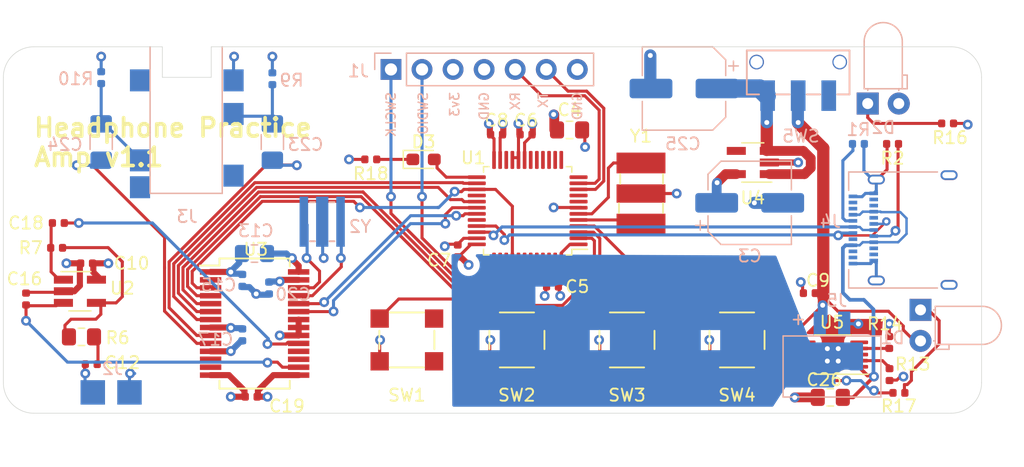
<source format=kicad_pcb>
(kicad_pcb (version 20171130) (host pcbnew "(5.1.5-0-10_14)")
  (title_block (title "Headphone Guitar Practice Amp") (date 2020-02-08) (rev 1.1))
  (layers (0 F.Cu signal) (1 In1.Cu signal hide) (2 In2.Cu signal hide) (31 B.Cu signal) (34 B.Paste user) (35 F.Paste user) (36 B.SilkS user) (37 F.SilkS user) (38 B.Mask user) (39 F.Mask user) (44 Edge.Cuts user))
  (net 0 "")
  (net 1 +3V3)
  (net 2 GND)
  (net 3 +BATT)
  (net 4 "Net-(C12-Pad1)")
  (net 5 "Net-(C12-Pad2)")
  (net 6 "Net-(C16-Pad1)")
  (net 7 "Net-(C18-Pad1)")
  (net 8 "Net-(C18-Pad2)")
  (net 9 "Net-(C23-Pad1)")
  (net 10 "Net-(C23-Pad2)")
  (net 11 "Net-(C24-Pad1)")
  (net 12 "Net-(C24-Pad2)")
  (net 13 "Net-(C25-Pad1)")
  (net 14 "Net-(C26-Pad1)")
  (net 15 "Net-(D1-Pad1)")
  (net 16 "Net-(D2-Pad1)")
  (net 17 "Net-(J1-Pad1)")
  (net 18 "Net-(J1-Pad2)")
  (net 19 "Net-(J4-PadA5)")
  (net 20 "Net-(J4-PadA8)")
  (net 21 "Net-(J4-PadB5)")
  (net 22 "Net-(J4-PadB8)")
  (net 23 "Net-(R6-Pad1)")
  (net 24 USB_DM)
  (net 25 USB_DP)
  (net 26 "Net-(R13-Pad1)")
  (net 27 "Net-(R14-Pad1)")
  (net 28 "Net-(R17-Pad2)")
  (net 29 "Net-(U1-Pad5)")
  (net 30 "Net-(U1-Pad6)")
  (net 31 "Net-(U1-Pad14)")
  (net 32 "Net-(U1-Pad15)")
  (net 33 "Net-(U1-Pad16)")
  (net 34 "Net-(U1-Pad17)")
  (net 35 "Net-(U1-Pad18)")
  (net 36 "Net-(U1-Pad22)")
  (net 37 ADCLRC)
  (net 38 BCLK)
  (net 39 DACDAT)
  (net 40 ADCDAT)
  (net 41 "Net-(U1-Pad46)")
  (net 42 "Net-(U3-Pad2)")
  (net 43 "Net-(U3-Pad12)")
  (net 44 "Net-(U3-Pad13)")
  (net 45 "Net-(U3-Pad17)")
  (net 46 "Net-(U3-Pad18)")
  (net 47 "Net-(U3-Pad25)")
  (net 48 "Net-(U3-Pad26)")
  (net 49 "Net-(U5-Pad5)")
  (net 50 "Net-(U5-Pad7)")
  (net 51 "Net-(U1-Pad8)")
  (net 52 "Net-(U1-Pad9)")
  (net 53 "Net-(U1-Pad12)")
  (net 54 "Net-(U1-Pad13)")
  (net 55 "Net-(U1-Pad41)")
  (net 56 DACLRC)
  (net 57 SW1)
  (net 58 SW2)
  (net 59 SW3)
  (net 60 SW4)
  (net 61 SDA)
  (net 62 SCL)
  (net 63 "Net-(U1-Pad28)")
  (net 64 "Net-(U1-Pad43)")
  (net 65 "Net-(D3-Pad1)")
  (net 66 "Net-(D3-Pad2)")
  (net 67 "Net-(U4-Pad4)")
  (net 68 "Net-(J1-Pad5)")
  (net 69 "Net-(J1-Pad6)")
  (net 70 "Net-(U1-Pad32)")
  (module Connector_USB:USB_C_Receptacle_Amphenol_12401610E4-2A (layer B.Cu) (at 174.5 115 270)
    (fp_text reference J4 (at -0.7 6.86 180) (layer B.SilkS) (effects (justify mirror)))
    (fp_text value "Amphenol 124015")
    (pad B12 smd rect (at -3 3.32 270) (size 0.3 0.7) (layers B.Cu B.Paste B.Mask) (net 2 GND))
    (pad B11 smd rect (at -2.5 3.32 270) (size 0.3 0.7) (layers B.Cu B.Paste B.Mask))
    (pad B10 smd rect (at -2 3.32 270) (size 0.3 0.7) (layers B.Cu B.Paste B.Mask))
    (pad B9 smd rect (at -1.5 3.32 270) (size 0.3 0.7) (layers B.Cu B.Paste B.Mask) (net 14 "Net-(C26-Pad1)"))
    (pad B8 smd rect (at -1 3.32 270) (size 0.3 0.7) (layers B.Cu B.Paste B.Mask) (net 22 "Net-(J4-PadB8)"))
    (pad B7 smd rect (at -0.5 3.32 270) (size 0.3 0.7) (layers B.Cu B.Paste B.Mask) (net 24 USB_DM))
    (pad B6 smd rect (at 0 3.32 270) (size 0.3 0.7) (layers B.Cu B.Paste B.Mask) (net 25 USB_DP))
    (pad B5 smd rect (at 0.5 3.32 270) (size 0.3 0.7) (layers B.Cu B.Paste B.Mask) (net 21 "Net-(J4-PadB5)"))
    (pad B4 smd rect (at 1 3.32 270) (size 0.3 0.7) (layers B.Cu B.Paste B.Mask) (net 14 "Net-(C26-Pad1)"))
    (pad B3 smd rect (at 1.5 3.32 270) (size 0.3 0.7) (layers B.Cu B.Paste B.Mask))
    (pad B2 smd rect (at 2 3.32 270) (size 0.3 0.7) (layers B.Cu B.Paste B.Mask))
    (pad "" np_thru_hole circle (at -3.6 4.36 270) (size 0.65 0.65) (drill 0.65) (layers *.Cu *.Mask))
    (pad "" np_thru_hole oval (at 3.6 4.36 270) (size 0.95 0.65) (drill oval 0.95 0.65) (layers *.Cu *.Mask))
    (pad S1 thru_hole oval (at -4.49 -2.84 270) (size 0.8 1.4) (drill oval 0.5 1.1) (layers *.Cu *.Mask) (net 2 GND))
    (pad S1 thru_hole oval (at 4.49 -2.84 270) (size 0.8 1.4) (drill oval 0.5 1.1) (layers *.Cu *.Mask) (net 2 GND))
    (pad S1 thru_hole oval (at 4.13 3.11 270) (size 0.8 1.4) (drill oval 0.5 1.1) (layers *.Cu *.Mask) (net 2 GND))
    (pad B1 smd rect (at 2.5 3.32 270) (size 0.3 0.7) (layers B.Cu B.Paste B.Mask) (net 2 GND))
    (pad A11 smd rect (at 2.25 5.02 270) (size 0.3 0.7) (layers B.Cu B.Paste B.Mask))
    (pad A8 smd rect (at 0.75 5.02 270) (size 0.3 0.7) (layers B.Cu B.Paste B.Mask) (net 20 "Net-(J4-PadA8)"))
    (pad A9 smd rect (at 1.25 5.02 270) (size 0.3 0.7) (layers B.Cu B.Paste B.Mask) (net 14 "Net-(C26-Pad1)"))
    (pad A10 smd rect (at 1.75 5.02 270) (size 0.3 0.7) (layers B.Cu B.Paste B.Mask))
    (pad A12 smd rect (at 2.75 5.02 270) (size 0.3 0.7) (layers B.Cu B.Paste B.Mask) (net 2 GND))
    (pad A7 smd rect (at 0.25 5.02 270) (size 0.3 0.7) (layers B.Cu B.Paste B.Mask) (net 24 USB_DM))
    (pad A6 smd rect (at -0.25 5.02 270) (size 0.3 0.7) (layers B.Cu B.Paste B.Mask) (net 25 USB_DP))
    (pad A5 smd rect (at -0.75 5.02 270) (size 0.3 0.7) (layers B.Cu B.Paste B.Mask) (net 19 "Net-(J4-PadA5)"))
    (pad A4 smd rect (at -1.25 5.02 270) (size 0.3 0.7) (layers B.Cu B.Paste B.Mask) (net 14 "Net-(C26-Pad1)"))
    (pad A3 smd rect (at -1.75 5.02 270) (size 0.3 0.7) (layers B.Cu B.Paste B.Mask))
    (pad A2 smd rect (at -2.25 5.02 270) (size 0.3 0.7) (layers B.Cu B.Paste B.Mask))
    (pad A1 smd rect (at -2.75 5.02 270) (size 0.3 0.7) (layers B.Cu B.Paste B.Mask) (net 2 GND))
    (pad S1 thru_hole oval (at -4.13 3.11 270) (size 0.8 1.4) (drill oval 0.5 1.1) (layers *.Cu *.Mask) (net 2 GND))
  )
  (module Package_QFP:LQFP-48_7x7mm_P0.5mm (layer F.Cu) (at 142.87754 113.42624 180)
    (fp_text reference U1 (at 4.44754 4.33324) (layer F.SilkS))
    (fp_text value STM32G474CET6)
    (pad 48 smd roundrect (at -2.75 -4.1625 180) (size 0.3 1.475) (layers F.Cu F.Paste F.Mask) (net 1 +3V3))
    (pad 47 smd roundrect (at -2.25 -4.1625 180) (size 0.3 1.475) (layers F.Cu F.Paste F.Mask) (net 2 GND))
    (pad 46 smd roundrect (at -1.75 -4.1625 180) (size 0.3 1.475) (layers F.Cu F.Paste F.Mask) (net 41 "Net-(U1-Pad46)"))
    (pad 45 smd roundrect (at -1.25 -4.1625 180) (size 0.3 1.475) (layers F.Cu F.Paste F.Mask) (net 2 GND))
    (pad 44 smd roundrect (at -0.75 -4.1625 180) (size 0.3 1.475) (layers F.Cu F.Paste F.Mask) (net 57 SW1))
    (pad 43 smd roundrect (at -0.25 -4.1625 180) (size 0.3 1.475) (layers F.Cu F.Paste F.Mask) (net 64 "Net-(U1-Pad43)"))
    (pad 42 smd roundrect (at 0.25 -4.1625 180) (size 0.3 1.475) (layers F.Cu F.Paste F.Mask) (net 39 DACDAT))
    (pad 41 smd roundrect (at 0.75 -4.1625 180) (size 0.3 1.475) (layers F.Cu F.Paste F.Mask) (net 55 "Net-(U1-Pad41)"))
    (pad 40 smd roundrect (at 1.25 -4.1625 180) (size 0.3 1.475) (layers F.Cu F.Paste F.Mask) (net 38 BCLK))
    (pad 39 smd roundrect (at 1.75 -4.1625 180) (size 0.3 1.475) (layers F.Cu F.Paste F.Mask) (net 56 DACLRC))
    (pad 38 smd roundrect (at 2.25 -4.1625 180) (size 0.3 1.475) (layers F.Cu F.Paste F.Mask) (net 17 "Net-(J1-Pad1)"))
    (pad 37 smd roundrect (at 2.75 -4.1625 180) (size 0.3 1.475) (layers F.Cu F.Paste F.Mask) (net 18 "Net-(J1-Pad2)"))
    (pad 36 smd roundrect (at 4.1625 -2.75 180) (size 1.475 0.3) (layers F.Cu F.Paste F.Mask) (net 1 +3V3))
    (pad 35 smd roundrect (at 4.1625 -2.25 180) (size 1.475 0.3) (layers F.Cu F.Paste F.Mask) (net 2 GND))
    (pad 34 smd roundrect (at 4.1625 -1.75 180) (size 1.475 0.3) (layers F.Cu F.Paste F.Mask) (net 25 USB_DP))
    (pad 33 smd roundrect (at 4.1625 -1.25 180) (size 1.475 0.3) (layers F.Cu F.Paste F.Mask) (net 24 USB_DM))
    (pad 32 smd roundrect (at 4.1625 -0.75 180) (size 1.475 0.3) (layers F.Cu F.Paste F.Mask) (net 70 "Net-(U1-Pad32)"))
    (pad 31 smd roundrect (at 4.1625 -0.25 180) (size 1.475 0.3) (layers F.Cu F.Paste F.Mask) (net 62 SCL))
    (pad 30 smd roundrect (at 4.1625 0.25 180) (size 1.475 0.3) (layers F.Cu F.Paste F.Mask) (net 61 SDA))
    (pad 29 smd roundrect (at 4.1625 0.75 180) (size 1.475 0.3) (layers F.Cu F.Paste F.Mask) (net 40 ADCDAT))
    (pad 28 smd roundrect (at 4.1625 1.25 180) (size 1.475 0.3) (layers F.Cu F.Paste F.Mask) (net 63 "Net-(U1-Pad28)"))
    (pad 27 smd roundrect (at 4.1625 1.75 180) (size 1.475 0.3) (layers F.Cu F.Paste F.Mask) (net 38 BCLK))
    (pad 26 smd roundrect (at 4.1625 2.25 180) (size 1.475 0.3) (layers F.Cu F.Paste F.Mask) (net 37 ADCLRC))
    (pad 25 smd roundrect (at 4.1625 2.75 180) (size 1.475 0.3) (layers F.Cu F.Paste F.Mask) (net 66 "Net-(D3-Pad2)"))
    (pad 24 smd roundrect (at 2.75 4.1625 180) (size 0.3 1.475) (layers F.Cu F.Paste F.Mask) (net 1 +3V3))
    (pad 23 smd roundrect (at 2.25 4.1625 180) (size 0.3 1.475) (layers F.Cu F.Paste F.Mask) (net 2 GND))
    (pad 22 smd roundrect (at 1.75 4.1625 180) (size 0.3 1.475) (layers F.Cu F.Paste F.Mask) (net 36 "Net-(U1-Pad22)"))
    (pad 21 smd roundrect (at 1.25 4.1625 180) (size 0.3 1.475) (layers F.Cu F.Paste F.Mask) (net 1 +3V3))
    (pad 20 smd roundrect (at 0.75 4.1625 180) (size 0.3 1.475) (layers F.Cu F.Paste F.Mask) (net 1 +3V3))
    (pad 19 smd roundrect (at 0.25 4.1625 180) (size 0.3 1.475) (layers F.Cu F.Paste F.Mask) (net 2 GND))
    (pad 18 smd roundrect (at -0.25 4.1625 180) (size 0.3 1.475) (layers F.Cu F.Paste F.Mask) (net 35 "Net-(U1-Pad18)"))
    (pad 17 smd roundrect (at -0.75 4.1625 180) (size 0.3 1.475) (layers F.Cu F.Paste F.Mask) (net 34 "Net-(U1-Pad17)"))
    (pad 16 smd roundrect (at -1.25 4.1625 180) (size 0.3 1.475) (layers F.Cu F.Paste F.Mask) (net 33 "Net-(U1-Pad16)"))
    (pad 15 smd roundrect (at -1.75 4.1625 180) (size 0.3 1.475) (layers F.Cu F.Paste F.Mask) (net 32 "Net-(U1-Pad15)"))
    (pad 14 smd roundrect (at -2.25 4.1625 180) (size 0.3 1.475) (layers F.Cu F.Paste F.Mask) (net 31 "Net-(U1-Pad14)"))
    (pad 13 smd roundrect (at -2.75 4.1625 180) (size 0.3 1.475) (layers F.Cu F.Paste F.Mask) (net 54 "Net-(U1-Pad13)"))
    (pad 12 smd roundrect (at -4.1625 2.75 180) (size 1.475 0.3) (layers F.Cu F.Paste F.Mask) (net 53 "Net-(U1-Pad12)"))
    (pad 11 smd roundrect (at -4.1625 2.25 180) (size 1.475 0.3) (layers F.Cu F.Paste F.Mask) (net 68 "Net-(J1-Pad5)"))
    (pad 10 smd roundrect (at -4.1625 1.75 180) (size 1.475 0.3) (layers F.Cu F.Paste F.Mask) (net 69 "Net-(J1-Pad6)"))
    (pad 9 smd roundrect (at -4.1625 1.25 180) (size 1.475 0.3) (layers F.Cu F.Paste F.Mask) (net 52 "Net-(U1-Pad9)"))
    (pad 8 smd roundrect (at -4.1625 0.75 180) (size 1.475 0.3) (layers F.Cu F.Paste F.Mask) (net 51 "Net-(U1-Pad8)"))
    (pad 7 smd roundrect (at -4.1625 0.25 180) (size 1.475 0.3) (layers F.Cu F.Paste F.Mask) (net 1 +3V3))
    (pad 6 smd roundrect (at -4.1625 -0.25 180) (size 1.475 0.3) (layers F.Cu F.Paste F.Mask) (net 30 "Net-(U1-Pad6)"))
    (pad 5 smd roundrect (at -4.1625 -0.75 180) (size 1.475 0.3) (layers F.Cu F.Paste F.Mask) (net 29 "Net-(U1-Pad5)"))
    (pad 4 smd roundrect (at -4.1625 -1.25 180) (size 1.475 0.3) (layers F.Cu F.Paste F.Mask) (net 60 SW4))
    (pad 3 smd roundrect (at -4.1625 -1.75 180) (size 1.475 0.3) (layers F.Cu F.Paste F.Mask) (net 59 SW3))
    (pad 2 smd roundrect (at -4.1625 -2.25 180) (size 1.475 0.3) (layers F.Cu F.Paste F.Mask) (net 58 SW2))
    (pad 1 smd roundrect (at -4.1625 -2.75 180) (size 1.475 0.3) (layers F.Cu F.Paste F.Mask) (net 1 +3V3))
  )
  (module Package_SO:MSOP-10-1EP_3x3mm_P0.5mm_EP1.68x1.88mm (layer F.Cu) (at 167.8432 125.1966 180)
    (fp_text reference U5 (at 0.0762 2.6416) (layer F.SilkS))
    (fp_text value BQ24090DGQR)
    (pad 10 smd roundrect (at 2.15 -1 180) (size 1.45 0.3) (layers F.Cu F.Paste F.Mask) (net 3 +BATT))
    (pad 9 smd roundrect (at 2.15 -0.5 180) (size 1.45 0.3) (layers F.Cu F.Paste F.Mask) (net 3 +BATT))
    (pad 8 smd roundrect (at 2.15 0 180) (size 1.45 0.3) (layers F.Cu F.Paste F.Mask) (net 28 "Net-(R17-Pad2)"))
    (pad 7 smd roundrect (at 2.15 0.5 180) (size 1.45 0.3) (layers F.Cu F.Paste F.Mask) (net 50 "Net-(U5-Pad7)"))
    (pad 6 smd roundrect (at 2.15 1 180) (size 1.45 0.3) (layers F.Cu F.Paste F.Mask))
    (pad 5 smd roundrect (at -2.15 1 180) (size 1.45 0.3) (layers F.Cu F.Paste F.Mask) (net 49 "Net-(U5-Pad5)"))
    (pad 4 smd roundrect (at -2.15 0.5 180) (size 1.45 0.3) (layers F.Cu F.Paste F.Mask) (net 27 "Net-(R14-Pad1)"))
    (pad 3 smd roundrect (at -2.15 0 180) (size 1.45 0.3) (layers F.Cu F.Paste F.Mask) (net 2 GND))
    (pad 2 smd roundrect (at -2.15 -0.5 180) (size 1.45 0.3) (layers F.Cu F.Paste F.Mask) (net 26 "Net-(R13-Pad1)"))
    (pad 1 smd roundrect (at -2.15 -1 180) (size 1.45 0.3) (layers F.Cu F.Paste F.Mask) (net 14 "Net-(C26-Pad1)"))
    (pad 11 smd roundrect (at 0 0 180) (size 1.68 1.88) (layers F.Cu F.Mask) (roundrect_rratio 0.14881) (net 2 GND))
  )
  (module Package_TO_SOT_SMD:SOT-23-5_HandSoldering (layer F.Cu) (at 161.29 109.474 180)
    (fp_text reference U4 (at 0 -2.9) (layer F.SilkS))
    (fp_text value SPX3819M5-L-3-3)
    (pad 5 smd rect (at 1.35 -0.95 180) (size 1.56 0.65) (layers F.Cu F.Paste F.Mask) (net 1 +3V3))
    (pad 4 smd rect (at 1.35 0.95 180) (size 1.56 0.65) (layers F.Cu F.Paste F.Mask) (net 67 "Net-(U4-Pad4)"))
    (pad 3 smd rect (at -1.35 0.95 180) (size 1.56 0.65) (layers F.Cu F.Paste F.Mask) (net 13 "Net-(C25-Pad1)"))
    (pad 2 smd rect (at -1.35 0 180) (size 1.56 0.65) (layers F.Cu F.Paste F.Mask) (net 2 GND))
    (pad 1 smd rect (at -1.35 -0.95 180) (size 1.56 0.65) (layers F.Cu F.Paste F.Mask) (net 13 "Net-(C25-Pad1)"))
  )
  (module Package_SO:SSOP-28_5.3x10.2mm_P0.65mm (layer F.Cu) (at 120.5484 122.6566)
    (fp_text reference U3 (at 0.1016 -6.0706) (layer F.SilkS))
    (fp_text value WM8731SEDS_V)
    (pad 28 smd rect (at 3.6 -4.225) (size 1.75 0.45) (layers F.Cu F.Paste F.Mask) (net 2 GND))
    (pad 27 smd rect (at 3.6 -3.575) (size 1.75 0.45) (layers F.Cu F.Paste F.Mask) (net 1 +3V3))
    (pad 26 smd rect (at 3.6 -2.925) (size 1.75 0.45) (layers F.Cu F.Paste F.Mask) (net 48 "Net-(U3-Pad26)"))
    (pad 25 smd rect (at 3.6 -2.275) (size 1.75 0.45) (layers F.Cu F.Paste F.Mask) (net 47 "Net-(U3-Pad25)"))
    (pad 24 smd rect (at 3.6 -1.625) (size 1.75 0.45) (layers F.Cu F.Paste F.Mask) (net 62 SCL))
    (pad 23 smd rect (at 3.6 -0.975) (size 1.75 0.45) (layers F.Cu F.Paste F.Mask) (net 61 SDA))
    (pad 22 smd rect (at 3.6 -0.325) (size 1.75 0.45) (layers F.Cu F.Paste F.Mask) (net 2 GND))
    (pad 21 smd rect (at 3.6 0.325) (size 1.75 0.45) (layers F.Cu F.Paste F.Mask) (net 2 GND))
    (pad 20 smd rect (at 3.6 0.975) (size 1.75 0.45) (layers F.Cu F.Paste F.Mask) (net 2 GND))
    (pad 19 smd rect (at 3.6 1.625) (size 1.75 0.45) (layers F.Cu F.Paste F.Mask) (net 8 "Net-(C18-Pad2)"))
    (pad 18 smd rect (at 3.6 2.275) (size 1.75 0.45) (layers F.Cu F.Paste F.Mask) (net 46 "Net-(U3-Pad18)"))
    (pad 17 smd rect (at 3.6 2.925) (size 1.75 0.45) (layers F.Cu F.Paste F.Mask) (net 45 "Net-(U3-Pad17)"))
    (pad 16 smd rect (at 3.6 3.575) (size 1.75 0.45) (layers F.Cu F.Paste F.Mask) (net 6 "Net-(C16-Pad1)"))
    (pad 15 smd rect (at 3.6 4.225) (size 1.75 0.45) (layers F.Cu F.Paste F.Mask) (net 2 GND))
    (pad 14 smd rect (at -3.6 4.225) (size 1.75 0.45) (layers F.Cu F.Paste F.Mask) (net 1 +3V3))
    (pad 13 smd rect (at -3.6 3.575) (size 1.75 0.45) (layers F.Cu F.Paste F.Mask) (net 44 "Net-(U3-Pad13)"))
    (pad 12 smd rect (at -3.6 2.925) (size 1.75 0.45) (layers F.Cu F.Paste F.Mask) (net 43 "Net-(U3-Pad12)"))
    (pad 11 smd rect (at -3.6 2.275) (size 1.75 0.45) (layers F.Cu F.Paste F.Mask) (net 2 GND))
    (pad 10 smd rect (at -3.6 1.625) (size 1.75 0.45) (layers F.Cu F.Paste F.Mask) (net 11 "Net-(C24-Pad1)"))
    (pad 9 smd rect (at -3.6 0.975) (size 1.75 0.45) (layers F.Cu F.Paste F.Mask) (net 9 "Net-(C23-Pad1)"))
    (pad 8 smd rect (at -3.6 0.325) (size 1.75 0.45) (layers F.Cu F.Paste F.Mask) (net 1 +3V3))
    (pad 7 smd rect (at -3.6 -0.325) (size 1.75 0.45) (layers F.Cu F.Paste F.Mask) (net 37 ADCLRC))
    (pad 6 smd rect (at -3.6 -0.975) (size 1.75 0.45) (layers F.Cu F.Paste F.Mask) (net 40 ADCDAT))
    (pad 5 smd rect (at -3.6 -1.625) (size 1.75 0.45) (layers F.Cu F.Paste F.Mask) (net 56 DACLRC))
    (pad 4 smd rect (at -3.6 -2.275) (size 1.75 0.45) (layers F.Cu F.Paste F.Mask) (net 39 DACDAT))
    (pad 3 smd rect (at -3.6 -2.925) (size 1.75 0.45) (layers F.Cu F.Paste F.Mask) (net 38 BCLK))
    (pad 2 smd rect (at -3.6 -3.575) (size 1.75 0.45) (layers F.Cu F.Paste F.Mask) (net 42 "Net-(U3-Pad2)"))
    (pad 1 smd rect (at -3.6 -4.225) (size 1.75 0.45) (layers F.Cu F.Paste F.Mask) (net 1 +3V3))
  )
  (module Package_TO_SOT_SMD:SOT-23-5_HandSoldering (layer F.Cu) (at 106.2609 120.015)
    (fp_text reference U2 (at 3.4671 -0.254) (layer F.SilkS))
    (fp_text value OPA340NA)
    (pad 5 smd rect (at 1.35 -0.95) (size 1.56 0.65) (layers F.Cu F.Paste F.Mask) (net 1 +3V3))
    (pad 4 smd rect (at 1.35 0.95) (size 1.56 0.65) (layers F.Cu F.Paste F.Mask) (net 23 "Net-(R6-Pad1)"))
    (pad 3 smd rect (at -1.35 0.95) (size 1.56 0.65) (layers F.Cu F.Paste F.Mask) (net 6 "Net-(C16-Pad1)"))
    (pad 2 smd rect (at -1.35 0) (size 1.56 0.65) (layers F.Cu F.Paste F.Mask) (net 2 GND))
    (pad 1 smd rect (at -1.35 -0.95) (size 1.56 0.65) (layers F.Cu F.Paste F.Mask) (net 7 "Net-(C18-Pad1)"))
  )
  (module Resistor_SMD:R_0402_1005Metric (layer F.Cu) (at 130.048 109.22 180)
    (fp_text reference R18 (at 0 -1.17) (layer F.SilkS))
    (fp_text value 1.5k)
    (pad 2 smd roundrect (at 0.485 0 180) (size 0.59 0.64) (layers F.Cu F.Paste F.Mask) (net 2 GND))
    (pad 1 smd roundrect (at -0.485 0 180) (size 0.59 0.64) (layers F.Cu F.Paste F.Mask) (net 65 "Net-(D3-Pad1)"))
  )
  (module Resistor_SMD:R_0402_1005Metric (layer F.Cu) (at 173.2407 128.3335 180)
    (fp_text reference R17 (at 0.0127 -1.0795) (layer F.SilkS))
    (fp_text value 1.5k)
    (pad 2 smd roundrect (at 0.485 0 180) (size 0.59 0.64) (layers F.Cu F.Paste F.Mask) (net 28 "Net-(R17-Pad2)"))
    (pad 1 smd roundrect (at -0.485 0 180) (size 0.59 0.64) (layers F.Cu F.Paste F.Mask) (net 15 "Net-(D1-Pad1)"))
  )
  (module Resistor_SMD:R_0402_1005Metric (layer F.Cu) (at 177.22088 106.2736)
    (fp_text reference R16 (at 0.19812 1.1684) (layer F.SilkS))
    (fp_text value 1.5k)
    (pad 2 smd roundrect (at 0.485 0) (size 0.59 0.64) (layers F.Cu F.Paste F.Mask) (net 2 GND))
    (pad 1 smd roundrect (at -0.485 0) (size 0.59 0.64) (layers F.Cu F.Paste F.Mask) (net 16 "Net-(D2-Pad1)"))
  )
  (module Resistor_SMD:R_0402_1005Metric (layer F.Cu) (at 172.45 124.206 90)
    (fp_text reference R14 (at 1.524 -0.365 180) (layer F.SilkS))
    (fp_text value 2k)
    (pad 2 smd roundrect (at 0.485 0 90) (size 0.59 0.64) (layers F.Cu F.Paste F.Mask) (net 2 GND))
    (pad 1 smd roundrect (at -0.485 0 90) (size 0.59 0.64) (layers F.Cu F.Paste F.Mask) (net 27 "Net-(R14-Pad1)"))
  )
  (module Resistor_SMD:R_0402_1005Metric (layer F.Cu) (at 172.47108 126.83744 270)
    (fp_text reference R13 (at -0.85344 -1.89992 180) (layer F.SilkS))
    (fp_text value 1k)
    (pad 2 smd roundrect (at 0.485 0 270) (size 0.59 0.64) (layers F.Cu F.Paste F.Mask) (net 2 GND))
    (pad 1 smd roundrect (at -0.485 0 270) (size 0.59 0.64) (layers F.Cu F.Paste F.Mask) (net 26 "Net-(R13-Pad1)"))
  )
  (module Resistor_SMD:R_0402_1005Metric (layer B.Cu) (at 108 102.5271 90)
    (fp_text reference R10 (at -0.0889 -2.082 180) (layer B.SilkS) (effects (justify mirror)))
    (fp_text value 47k)
    (pad 2 smd roundrect (at 0.485 0 90) (size 0.59 0.64) (layers B.Cu B.Paste B.Mask) (net 2 GND))
    (pad 1 smd roundrect (at -0.485 0 90) (size 0.59 0.64) (layers B.Cu B.Paste B.Mask) (net 12 "Net-(C24-Pad2)"))
  )
  (module Resistor_SMD:R_0402_1005Metric (layer B.Cu) (at 122 102.616 90)
    (fp_text reference R9 (at -0.127 1.571 180) (layer B.SilkS) (effects (justify mirror)))
    (fp_text value 47k)
    (pad 2 smd roundrect (at 0.485 0 90) (size 0.59 0.64) (layers B.Cu B.Paste B.Mask) (net 2 GND))
    (pad 1 smd roundrect (at -0.485 0 90) (size 0.59 0.64) (layers B.Cu B.Paste B.Mask) (net 10 "Net-(C23-Pad2)"))
  )
  (module Resistor_SMD:R_0402_1005Metric (layer F.Cu) (at 104.3559 116.459)
    (fp_text reference R7 (at -2.1209 0) (layer F.SilkS))
    (fp_text value 100k)
    (pad 2 smd roundrect (at 0.485 0) (size 0.59 0.64) (layers F.Cu F.Paste F.Mask) (net 23 "Net-(R6-Pad1)"))
    (pad 1 smd roundrect (at -0.485 0) (size 0.59 0.64) (layers F.Cu F.Paste F.Mask) (net 7 "Net-(C18-Pad1)"))
  )
  (module Resistor_SMD:R_0805_2012Metric_Pad1.15x1.40mm_HandSolder (layer F.Cu) (at 106.3879 123.7488)
    (fp_text reference R6 (at 2.9591 0.0762) (layer F.SilkS))
    (fp_text value 50k)
    (pad 2 smd roundrect (at 1.025 0) (size 1.15 1.4) (layers F.Cu F.Paste F.Mask) (roundrect_rratio 0.217391) (net 4 "Net-(C12-Pad1)"))
    (pad 1 smd roundrect (at -1.025 0) (size 1.15 1.4) (layers F.Cu F.Paste F.Mask) (roundrect_rratio 0.217391) (net 23 "Net-(R6-Pad1)"))
  )
  (module Resistor_SMD:R_0402_1005Metric (layer F.Cu) (at 172.72 107.95 180)
    (fp_text reference R2 (at 0 -1.17) (layer F.SilkS))
    (fp_text value 5.1k)
    (pad 2 smd roundrect (at 0.485 0 180) (size 0.59 0.64) (layers F.Cu F.Paste F.Mask) (net 2 GND))
    (pad 1 smd roundrect (at -0.485 0 180) (size 0.59 0.64) (layers F.Cu F.Paste F.Mask) (net 21 "Net-(J4-PadB5)"))
  )
  (module Resistor_SMD:R_0402_1005Metric (layer B.Cu) (at 169.926 107.95 180)
    (fp_text reference R1 (at 0 1.17) (layer B.SilkS) (effects (justify mirror)))
    (fp_text value 5.1k)
    (pad 2 smd roundrect (at 0.485 0 180) (size 0.59 0.64) (layers B.Cu B.Paste B.Mask) (net 19 "Net-(J4-PadA5)"))
    (pad 1 smd roundrect (at -0.485 0 180) (size 0.59 0.64) (layers B.Cu B.Paste B.Mask) (net 2 GND))
  )
  (module Connector_PinHeader_2.54mm:PinHeader_1x07_P2.54mm_Vertical (layer B.Cu) (at 131.699 101.854 270)
    (fp_text reference J1 (at 0.127 2.667 180) (layer B.SilkS) (effects (justify mirror)))
    (fp_text value Debug)
    (pad 7 thru_hole oval (at 0 -15.24 270) (size 1.7 1.7) (drill 1) (layers *.Cu *.Mask) (net 2 GND))
    (pad 6 thru_hole oval (at 0 -12.7 270) (size 1.7 1.7) (drill 1) (layers *.Cu *.Mask) (net 69 "Net-(J1-Pad6)"))
    (pad 5 thru_hole oval (at 0 -10.16 270) (size 1.7 1.7) (drill 1) (layers *.Cu *.Mask) (net 68 "Net-(J1-Pad5)"))
    (pad 4 thru_hole oval (at 0 -7.62 270) (size 1.7 1.7) (drill 1) (layers *.Cu *.Mask) (net 2 GND))
    (pad 3 thru_hole oval (at 0 -5.08 270) (size 1.7 1.7) (drill 1) (layers *.Cu *.Mask) (net 1 +3V3))
    (pad 2 thru_hole oval (at 0 -2.54 270) (size 1.7 1.7) (drill 1) (layers *.Cu *.Mask) (net 18 "Net-(J1-Pad2)"))
    (pad 1 thru_hole rect (at 0 0 270) (size 1.7 1.7) (drill 1) (layers *.Cu *.Mask) (net 17 "Net-(J1-Pad1)"))
  )
  (module LED_SMD:LED_0603_1608Metric_Pad1.05x0.95mm_HandSolder (layer F.Cu) (at 134.366 109.22)
    (fp_text reference D3 (at 0 -1.43) (layer F.SilkS))
    (fp_text value Debug)
    (pad 2 smd roundrect (at 0.875 0) (size 1.05 0.95) (layers F.Cu F.Paste F.Mask) (net 66 "Net-(D3-Pad2)"))
    (pad 1 smd roundrect (at -0.875 0) (size 1.05 0.95) (layers F.Cu F.Paste F.Mask) (net 65 "Net-(D3-Pad1)"))
  )
  (module LED_THT:LED_D3.0mm_Horizontal_O1.27mm_Z2.0mm (layer B.Cu) (at 170.688 104.648)
    (fp_text reference D2 (at 1.27 1.96) (layer B.SilkS) (effects (justify mirror)))
    (fp_text value LED)
    (pad 2 thru_hole circle (at 2.54 0) (size 1.8 1.8) (drill 0.9) (layers *.Cu *.Mask) (net 1 +3V3))
    (pad 1 thru_hole rect (at 0 0) (size 1.8 1.8) (drill 0.9) (layers *.Cu *.Mask) (net 16 "Net-(D2-Pad1)"))
  )
  (module LED_THT:LED_D3.0mm_Horizontal_O1.27mm_Z2.0mm (layer B.Cu) (at 175.006 121.539 270)
    (fp_text reference D1 (at 2.286 2.286) (layer B.SilkS) (effects (justify mirror)))
    (fp_text value LED)
    (pad 2 thru_hole circle (at 2.54 0 270) (size 1.8 1.8) (drill 0.9) (layers *.Cu *.Mask) (net 3 +BATT))
    (pad 1 thru_hole rect (at 0 0 270) (size 1.8 1.8) (drill 0.9) (layers *.Cu *.Mask) (net 15 "Net-(D1-Pad1)"))
  )
  (module Capacitor_SMD:C_0805_2012Metric_Pad1.15x1.40mm_HandSolder (layer F.Cu) (at 167.6273 128.7018 180)
    (fp_text reference C26 (at 0.4953 1.4478) (layer F.SilkS))
    (fp_text value 10uF)
    (pad 2 smd roundrect (at 1.025 0 180) (size 1.15 1.4) (layers F.Cu F.Paste F.Mask) (roundrect_rratio 0.217391) (net 2 GND))
    (pad 1 smd roundrect (at -1.025 0 180) (size 1.15 1.4) (layers F.Cu F.Paste F.Mask) (roundrect_rratio 0.217391) (net 14 "Net-(C26-Pad1)"))
  )
  (module Capacitor_SMD:CP_Elec_6.3x4.5 (layer B.Cu) (at 155.6639 103.4161 180)
    (fp_text reference C25 (at 0.0889 -4.5339) (layer B.SilkS) (effects (justify mirror)))
    (fp_text value 22uF)
    (pad 2 smd roundrect (at 2.7 0 180) (size 3.5 1.6) (layers B.Cu B.Paste B.Mask) (roundrect_rratio 0.15625) (net 2 GND))
    (pad 1 smd roundrect (at -2.7 0 180) (size 3.5 1.6) (layers B.Cu B.Paste B.Mask) (roundrect_rratio 0.15625) (net 13 "Net-(C25-Pad1)"))
  )
  (module Capacitor_SMD:C_1206_3216Metric_Pad1.42x1.75mm_HandSolder (layer B.Cu) (at 108 107.8 90)
    (fp_text reference C24 (at -0.2 -2.971 180) (layer B.SilkS) (effects (justify mirror)))
    (fp_text value 220uF)
    (pad 2 smd roundrect (at 1.4875 0 90) (size 1.425 1.75) (layers B.Cu B.Paste B.Mask) (roundrect_rratio 0.175439) (net 12 "Net-(C24-Pad2)"))
    (pad 1 smd roundrect (at -1.4875 0 90) (size 1.425 1.75) (layers B.Cu B.Paste B.Mask) (roundrect_rratio 0.175439) (net 11 "Net-(C24-Pad1)"))
  )
  (module Capacitor_SMD:C_1206_3216Metric_Pad1.42x1.75mm_HandSolder (layer B.Cu) (at 122 107.8 90)
    (fp_text reference C23 (at -0.2 2.714 180) (layer B.SilkS) (effects (justify mirror)))
    (fp_text value 220uF)
    (pad 2 smd roundrect (at 1.4875 0 90) (size 1.425 1.75) (layers B.Cu B.Paste B.Mask) (roundrect_rratio 0.175439) (net 10 "Net-(C23-Pad2)"))
    (pad 1 smd roundrect (at -1.4875 0 90) (size 1.425 1.75) (layers B.Cu B.Paste B.Mask) (roundrect_rratio 0.175439) (net 9 "Net-(C23-Pad1)"))
  )
  (module Capacitor_SMD:C_0402_1005Metric (layer B.Cu) (at 121.7295 119.7483 270)
    (fp_text reference C20 (at 0.5207 -1.9685 180) (layer B.SilkS) (effects (justify mirror)))
    (fp_text value 0.1uF)
    (pad 2 smd roundrect (at 0.485 0 270) (size 0.59 0.64) (layers B.Cu B.Paste B.Mask) (net 2 GND))
    (pad 1 smd roundrect (at -0.485 0 270) (size 0.59 0.64) (layers B.Cu B.Paste B.Mask) (net 1 +3V3))
  )
  (module Capacitor_SMD:C_0402_1005Metric (layer F.Cu) (at 120.269 128.651)
    (fp_text reference C19 (at 2.921 0.762) (layer F.SilkS))
    (fp_text value 0.1uF)
    (pad 2 smd roundrect (at 0.485 0) (size 0.59 0.64) (layers F.Cu F.Paste F.Mask) (net 2 GND))
    (pad 1 smd roundrect (at -0.485 0) (size 0.59 0.64) (layers F.Cu F.Paste F.Mask) (net 1 +3V3))
  )
  (module Capacitor_SMD:C_0402_1005Metric (layer F.Cu) (at 104.4956 114.427)
    (fp_text reference C18 (at -2.6416 0) (layer F.SilkS))
    (fp_text value 0.1uF)
    (pad 2 smd roundrect (at 0.485 0) (size 0.59 0.64) (layers F.Cu F.Paste F.Mask) (net 8 "Net-(C18-Pad2)"))
    (pad 1 smd roundrect (at -0.485 0) (size 0.59 0.64) (layers F.Cu F.Paste F.Mask) (net 7 "Net-(C18-Pad1)"))
  )
  (module Capacitor_SMD:C_0402_1005Metric (layer B.Cu) (at 119.5451 123.5837 270)
    (fp_text reference C17 (at 0.3683 2.1971 180) (layer B.SilkS) (effects (justify mirror)))
    (fp_text value 0.1uF)
    (pad 2 smd roundrect (at 0.485 0 270) (size 0.59 0.64) (layers B.Cu B.Paste B.Mask) (net 2 GND))
    (pad 1 smd roundrect (at -0.485 0 270) (size 0.59 0.64) (layers B.Cu B.Paste B.Mask) (net 1 +3V3))
  )
  (module Capacitor_SMD:C_0402_1005Metric (layer F.Cu) (at 101.854 120.65 90)
    (fp_text reference C16 (at 1.651 -0.127 180) (layer F.SilkS))
    (fp_text value 0.1uF)
    (pad 2 smd roundrect (at 0.485 0 90) (size 0.59 0.64) (layers F.Cu F.Paste F.Mask) (net 2 GND))
    (pad 1 smd roundrect (at -0.485 0 90) (size 0.59 0.64) (layers F.Cu F.Paste F.Mask) (net 6 "Net-(C16-Pad1)"))
  )
  (module Capacitor_SMD:C_0402_1005Metric (layer B.Cu) (at 119.5451 119.126 270)
    (fp_text reference C15 (at 0.381 1.9431 180) (layer B.SilkS) (effects (justify mirror)))
    (fp_text value 0.1uF)
    (pad 2 smd roundrect (at 0.485 0 270) (size 0.59 0.64) (layers B.Cu B.Paste B.Mask) (net 2 GND))
    (pad 1 smd roundrect (at -0.485 0 270) (size 0.59 0.64) (layers B.Cu B.Paste B.Mask) (net 1 +3V3))
  )
  (module Capacitor_SMD:C_0805_2012Metric_Pad1.15x1.40mm_HandSolder (layer B.Cu) (at 120.5357 116.9289)
    (fp_text reference C13 (at 0.1143 -1.8669) (layer B.SilkS) (effects (justify mirror)))
    (fp_text value 10uF)
    (pad 2 smd roundrect (at 1.025 0) (size 1.15 1.4) (layers B.Cu B.Paste B.Mask) (roundrect_rratio 0.217391) (net 2 GND))
    (pad 1 smd roundrect (at -1.025 0) (size 1.15 1.4) (layers B.Cu B.Paste B.Mask) (roundrect_rratio 0.217391) (net 1 +3V3))
  )
  (module Capacitor_SMD:C_0402_1005Metric (layer F.Cu) (at 107.188 125.984 180)
    (fp_text reference C12 (at -2.54 0.127) (layer F.SilkS))
    (fp_text value 0.1uF)
    (pad 2 smd roundrect (at 0.485 0 180) (size 0.59 0.64) (layers F.Cu F.Paste F.Mask) (net 5 "Net-(C12-Pad2)"))
    (pad 1 smd roundrect (at -0.485 0 180) (size 0.59 0.64) (layers F.Cu F.Paste F.Mask) (net 4 "Net-(C12-Pad1)"))
  )
  (module Capacitor_SMD:C_0402_1005Metric (layer F.Cu) (at 106.807 117.729 180)
    (fp_text reference C10 (at -3.683 0) (layer F.SilkS))
    (fp_text value 0.1uF)
    (pad 2 smd roundrect (at 0.485 0 180) (size 0.59 0.64) (layers F.Cu F.Paste F.Mask) (net 2 GND))
    (pad 1 smd roundrect (at -0.485 0 180) (size 0.59 0.64) (layers F.Cu F.Paste F.Mask) (net 1 +3V3))
  )
  (module Capacitor_SMD:C_0402_1005Metric (layer F.Cu) (at 165.9128 120.1674 180)
    (fp_text reference C9 (at -0.7112 1.0414) (layer F.SilkS))
    (fp_text value 10uF)
    (pad 2 smd roundrect (at 0.485 0 180) (size 0.59 0.64) (layers F.Cu F.Paste F.Mask) (net 2 GND))
    (pad 1 smd roundrect (at -0.485 0 180) (size 0.59 0.64) (layers F.Cu F.Paste F.Mask) (net 3 +BATT))
  )
  (module Capacitor_SMD:C_0402_1005Metric (layer F.Cu) (at 140.335 107.188)
    (fp_text reference C8 (at 0 -1.17) (layer F.SilkS))
    (fp_text value 0.1uF)
    (pad 2 smd roundrect (at 0.485 0) (size 0.59 0.64) (layers F.Cu F.Paste F.Mask) (net 2 GND))
    (pad 1 smd roundrect (at -0.485 0) (size 0.59 0.64) (layers F.Cu F.Paste F.Mask) (net 1 +3V3))
  )
  (module Capacitor_SMD:C_0402_1005Metric (layer F.Cu) (at 137.16 116.713 90)
    (fp_text reference C7 (at -0.762 -1.524 180) (layer F.SilkS))
    (fp_text value 0.1uF)
    (pad 2 smd roundrect (at 0.485 0 90) (size 0.59 0.64) (layers F.Cu F.Paste F.Mask) (net 2 GND))
    (pad 1 smd roundrect (at -0.485 0 90) (size 0.59 0.64) (layers F.Cu F.Paste F.Mask) (net 1 +3V3))
  )
  (module Capacitor_SMD:C_0402_1005Metric (layer F.Cu) (at 142.748 107.188)
    (fp_text reference C6 (at 0 -1.17) (layer F.SilkS))
    (fp_text value 0.1uF)
    (pad 2 smd roundrect (at 0.485 0) (size 0.59 0.64) (layers F.Cu F.Paste F.Mask) (net 2 GND))
    (pad 1 smd roundrect (at -0.485 0) (size 0.59 0.64) (layers F.Cu F.Paste F.Mask) (net 1 +3V3))
  )
  (module Capacitor_SMD:C_0402_1005Metric (layer F.Cu) (at 144.907 119.634 180)
    (fp_text reference C5 (at -2.032 0) (layer F.SilkS))
    (fp_text value 0.1uF)
    (pad 2 smd roundrect (at 0.485 0 180) (size 0.59 0.64) (layers F.Cu F.Paste F.Mask) (net 2 GND))
    (pad 1 smd roundrect (at -0.485 0 180) (size 0.59 0.64) (layers F.Cu F.Paste F.Mask) (net 1 +3V3))
  )
  (module Capacitor_SMD:C_0805_2012Metric_Pad1.15x1.40mm_HandSolder (layer F.Cu) (at 146.304 106.807)
    (fp_text reference C4 (at 0 -1.65) (layer F.SilkS))
    (fp_text value 10uF)
    (pad 2 smd roundrect (at 1.025 0) (size 1.15 1.4) (layers F.Cu F.Paste F.Mask) (roundrect_rratio 0.217391) (net 2 GND))
    (pad 1 smd roundrect (at -1.025 0) (size 1.15 1.4) (layers F.Cu F.Paste F.Mask) (roundrect_rratio 0.217391) (net 1 +3V3))
  )
  (module Capacitor_SMD:CP_Elec_6.3x4.5 (layer B.Cu) (at 161.036 112.776)
    (fp_text reference C3 (at 0 4.35) (layer B.SilkS) (effects (justify mirror)))
    (fp_text value 22uF)
    (pad 2 smd roundrect (at 2.7 0) (size 3.5 1.6) (layers B.Cu B.Paste B.Mask) (roundrect_rratio 0.15625) (net 2 GND))
    (pad 1 smd roundrect (at -2.7 0) (size 3.5 1.6) (layers B.Cu B.Paste B.Mask) (roundrect_rratio 0.15625) (net 1 +3V3))
  )
  (module MountingHole:MountingHole_2.5mm (layer F.Cu) (at 177.5 127.5)
    (fp_text reference H1 hide)
    (fp_text value MountingHole hide)
    (pad 1 np_thru_hole circle (at 0 0) (size 2.5 2.5) (drill 2.5) (layers *.Cu *.Mask))
  )
  (module MountingHole:MountingHole_2.5mm (layer F.Cu) (at 177.5 102.5)
    (fp_text reference H2 hide)
    (fp_text value MountingHole hide)
    (pad 1 np_thru_hole circle (at 0 0) (size 2.5 2.5) (drill 2.5) (layers *.Cu *.Mask))
  )
  (module MountingHole:MountingHole_2.5mm (layer F.Cu) (at 102.5 127.5)
    (fp_text reference H3 hide)
    (fp_text value MountingHole hide)
    (pad 1 np_thru_hole circle (at 0 0) (size 2.5 2.5) (drill 2.5) (layers *.Cu *.Mask))
  )
  (module MountingHole:MountingHole_2.5mm (layer F.Cu) (at 102.5 102.5)
    (fp_text reference H4 hide)
    (fp_text value MountingHole hide)
    (pad 1 np_thru_hole circle (at 0 0) (size 2.5 2.5) (drill 2.5) (layers *.Cu *.Mask))
  )
  (module custom_footprints:AWSCR-12.00CV-T (layer B.Cu) (at 126.07544 114.31778)
    (fp_text reference Y2 (at 3.0988 0.39624 -180) (layer B.SilkS) (effects (justify mirror)))
    (fp_text value 12MHz)
    (pad 3 smd rect (at 1.5 0) (size 0.7 4.1) (layers B.Cu B.Paste B.Mask) (net 47 "Net-(U3-Pad25)"))
    (pad 2 smd rect (at 0 0) (size 1 4.1) (layers B.Cu B.Paste B.Mask) (net 2 GND))
    (pad 1 smd rect (at -1.5 0) (size 0.7 4.1) (layers B.Cu B.Paste B.Mask) (net 48 "Net-(U3-Pad26)"))
  )
  (module custom_footprints:AWSCR-8.00CPLB-C30-T4 (layer F.Cu) (at 152.146 112.014 270)
    (fp_text reference Y1 (at -4.699 0) (layer F.SilkS))
    (fp_text value "8 MHz")
    (pad 3 smd rect (at 2.5 0 270) (size 1.7 4) (layers F.Cu F.Paste F.Mask) (net 29 "Net-(U1-Pad5)"))
    (pad 2 smd rect (at 0 0 270) (size 1.5 4) (layers F.Cu F.Paste F.Mask) (net 2 GND))
    (pad 1 smd rect (at -2.5 0 270) (size 1.7 4) (layers F.Cu F.Paste F.Mask) (net 30 "Net-(U1-Pad6)"))
  )
  (module custom_footprints:JS102011SAQN (layer B.Cu) (at 165 104)
    (fp_text reference SW5 (at 0.227 3.315) (layer B.SilkS) (effects (justify mirror)))
    (fp_text value Power)
    (pad "" np_thru_hole circle (at -3.4 -2.75) (size 1.2 1.2) (drill 1) (layers *.Cu *.Mask))
    (pad "" np_thru_hole circle (at 3.4 -2.75) (size 1.2 1.2) (drill 1) (layers *.Cu *.Mask))
    (pad 3 smd rect (at 2.5 0) (size 1.2 2.5) (layers B.Cu B.Paste B.Mask))
    (pad 2 smd rect (at 0 0) (size 1.2 2.5) (layers B.Cu B.Paste B.Mask) (net 3 +BATT))
    (pad 1 smd rect (at -2.5 0) (size 1.2 2.5) (layers B.Cu B.Paste B.Mask) (net 13 "Net-(C25-Pad1)"))
  )
  (module custom_footprints:TL3315NF160Q_Tactile_Switch (layer F.Cu) (at 160 124)
    (fp_text reference SW4 (at -0.00032 4.524) (layer F.SilkS))
    (fp_text value TL3315NF160Q)
    (pad 4 smd rect (at 2.225 1.75) (size 1.5 1.5) (layers F.Cu F.Paste F.Mask))
    (pad 2 smd rect (at -2.225 1.75) (size 1.5 1.5) (layers F.Cu F.Paste F.Mask) (net 2 GND))
    (pad 3 smd rect (at 2.225 -1.75) (size 1.5 1.5) (layers F.Cu F.Paste F.Mask))
    (pad 1 smd rect (at -2.225 -1.75) (size 1.5 1.5) (layers F.Cu F.Paste F.Mask) (net 60 SW4))
  )
  (module custom_footprints:TL3315NF160Q_Tactile_Switch (layer F.Cu) (at 151 124)
    (fp_text reference SW3 (at 0.003 4.524) (layer F.SilkS))
    (fp_text value TL3315NF160Q)
    (pad 4 smd rect (at 2.225 1.75) (size 1.5 1.5) (layers F.Cu F.Paste F.Mask))
    (pad 2 smd rect (at -2.225 1.75) (size 1.5 1.5) (layers F.Cu F.Paste F.Mask) (net 2 GND))
    (pad 3 smd rect (at 2.225 -1.75) (size 1.5 1.5) (layers F.Cu F.Paste F.Mask))
    (pad 1 smd rect (at -2.225 -1.75) (size 1.5 1.5) (layers F.Cu F.Paste F.Mask) (net 59 SW3))
  )
  (module custom_footprints:TL3315NF160Q_Tactile_Switch (layer F.Cu) (at 142 124)
    (fp_text reference SW2 (at -0.014 4.524) (layer F.SilkS))
    (fp_text value TL3315NF160Q)
    (pad 4 smd rect (at 2.225 1.75) (size 1.5 1.5) (layers F.Cu F.Paste F.Mask))
    (pad 2 smd rect (at -2.225 1.75) (size 1.5 1.5) (layers F.Cu F.Paste F.Mask) (net 2 GND))
    (pad 3 smd rect (at 2.225 -1.75) (size 1.5 1.5) (layers F.Cu F.Paste F.Mask))
    (pad 1 smd rect (at -2.225 -1.75) (size 1.5 1.5) (layers F.Cu F.Paste F.Mask) (net 58 SW2))
  )
  (module custom_footprints:TL3315NF160Q_Tactile_Switch (layer F.Cu) (at 133 124)
    (fp_text reference SW1 (at 0 4.524) (layer F.SilkS))
    (fp_text value TL3315NF160Q)
    (pad 4 smd rect (at 2.225 1.75) (size 1.5 1.5) (layers F.Cu F.Paste F.Mask))
    (pad 2 smd rect (at -2.225 1.75) (size 1.5 1.5) (layers F.Cu F.Paste F.Mask) (net 2 GND))
    (pad 3 smd rect (at 2.225 -1.75) (size 1.5 1.5) (layers F.Cu F.Paste F.Mask))
    (pad 1 smd rect (at -2.225 -1.75) (size 1.5 1.5) (layers F.Cu F.Paste F.Mask) (net 57 SW1))
  )
  (module "custom_footprints:JST PH HEADER SMD 2POS 2MM" (layer B.Cu) (at 167.767 126.1745)
    (fp_text reference J5 (at 0.381 -5.3975) (layer B.SilkS) (effects (justify mirror)))
    (fp_text value Batt)
    (pad 2 smd rect (at 1 -3.5) (size 1 2) (layers B.Cu B.Paste B.Mask) (net 2 GND))
    (pad 1 smd rect (at -1 -3.5) (size 1 2) (layers B.Cu B.Paste B.Mask) (net 3 +BATT))
  )
  (module custom_footprints:SJ2-3595X-SMT_3.5MM_JACK (layer B.Cu) (at 115 100 270)
    (fp_text reference J3 (at 13.8936 -0.0239) (layer B.SilkS) (effects (justify mirror)))
    (fp_text value SJ2-3595X-SMT)
    (pad "" np_thru_hole circle (at 10.55 0 270) (size 1.4 1.4) (drill 1.4) (layers *.Cu *.Mask))
    (pad "" smd rect (at 11.5 3.825 270) (size 1.8 1.65) (layers B.Cu B.Paste B.Mask))
    (pad 2 smd rect (at 9.3 3.825 270) (size 1.8 1.65) (layers B.Cu B.Paste B.Mask) (net 12 "Net-(C24-Pad2)"))
    (pad "" smd rect (at 2.75 3.825 270) (size 1.8 1.65) (layers B.Cu B.Paste B.Mask))
    (pad "" smd rect (at 10.55 -3.825 270) (size 1.8 1.65) (layers B.Cu B.Paste B.Mask))
    (pad 3 smd rect (at 5.5 -3.825 270) (size 1.8 1.65) (layers B.Cu B.Paste B.Mask) (net 10 "Net-(C23-Pad2)"))
    (pad 1 smd rect (at 2.75 -3.825 270) (size 1.8 1.65) (layers B.Cu B.Paste B.Mask) (net 2 GND))
  )
  (module "custom_footprints:Solder Pads 2x1" (layer B.Cu) (at 108.8136 128.2954 180)
    (fp_text reference J2 (at -0.1016 1.9431 180) (layer B.SilkS) (effects (justify mirror)))
    (fp_text value "Audio In")
    (pad 2 smd rect (at 1.5 0 180) (size 2 2) (layers B.Cu B.Paste B.Mask) (net 5 "Net-(C12-Pad2)"))
    (pad 1 smd rect (at -1.5 0 180) (size 2 2) (layers B.Cu B.Paste B.Mask) (net 2 GND))
  )
  (gr_text GND (at 146.939 103.632 90) (layer B.SilkS) (effects (font (size 0.75 0.75) (thickness 0.125)) (justify left mirror)))
  (gr_text RX (at 141.859 103.632 90) (layer B.SilkS) (effects (font (size 0.75 0.75) (thickness 0.125)) (justify left mirror)))
  (gr_text TX (at 144.145 103.632 90) (layer B.SilkS) (effects (font (size 0.75 0.75) (thickness 0.125)) (justify left mirror)))
  (gr_text + (at 165.0111 122.2629) (layer B.SilkS) (effects (font (size 1 1))))
  (gr_text "Headphone Practice \nAmp v1.1" (at 102.3493 107.8357) (layer F.SilkS) (effects (font (size 1.5 1.5) (thickness 0.3)) (justify left)))
  (gr_line (start 113 100) (end 113 102.5) (layer Edge.Cuts) (width 0.05))
  (gr_line (start 117 100) (end 117 102.5) (layer Edge.Cuts) (width 0.05))
  (gr_line (start 113 102.5) (end 117 102.5) (layer Edge.Cuts) (width 0.05))
  (gr_line (start 117 100) (end 177.5 100) (layer Edge.Cuts) (width 0.05))
  (gr_text SWDIO (at 134.33044 103.632 90) (layer B.SilkS) (effects (font (size 0.75 0.75) (thickness 0.125)) (justify left mirror)))
  (gr_text SWCLK (at 131.699 103.632 90) (layer B.SilkS) (effects (font (size 0.75 0.75) (thickness 0.125)) (justify left mirror)))
  (gr_text 3v3 (at 136.906 103.632 90) (layer B.SilkS) (effects (font (size 0.75 0.75) (thickness 0.125)) (justify left mirror)))
  (gr_text GND (at 139.319 103.632 90) (layer B.SilkS) (effects (font (size 0.75 0.75) (thickness 0.125)) (justify left mirror)))
  (gr_arc (start 102.5 102.5) (end 100 102.5) (angle 90) (layer Edge.Cuts) (width 0.05))
  (gr_arc (start 177.5 102.5) (end 177.5 100) (angle 90) (layer Edge.Cuts) (width 0.05))
  (gr_arc (start 177.5 127.5) (end 180 127.5) (angle 90) (layer Edge.Cuts) (width 0.05))
  (gr_arc (start 102.5 127.5) (end 102.5 130) (angle 90) (layer Edge.Cuts) (width 0.05))
  (gr_line (start 102.5 130) (end 177.5 130) (layer Edge.Cuts) (width 0.05))
  (gr_line (start 100 102.5) (end 100 127.5) (layer Edge.Cuts) (width 0.05))
  (gr_line (start 180 102.5) (end 180 127.5) (layer Edge.Cuts) (width 0.05))
  (gr_line (start 102.5 100) (end 113 100) (layer Edge.Cuts) (width 0.05))
  (via (at 122.6 119.2149) (size 0.8) (drill 0.4) (layers F.Cu B.Cu) (net 1))
  (segment (start 122.7772 119.0816) (end 122.6439 119.2149) (width 0.5) (layer F.Cu) (net 1))
  (segment (start 124.1484 119.0816) (end 122.7772 119.0816) (width 0.5) (layer F.Cu) (net 1))
  (segment (start 121.7461 119.2149) (end 121.7295 119.1983) (width 0.5) (layer B.Cu) (net 1))
  (segment (start 122.6439 119.2149) (end 121.7461 119.2149) (width 0.5) (layer B.Cu) (net 1))
  (via (at 158.369 111.125) (size 0.8) (drill 0.4) (layers F.Cu B.Cu) (net 1))
  (segment (start 158.336 112.776) (end 158.336 111.219) (width 0.8) (layer B.Cu) (net 1))
  (segment (start 140.12754 107.53054) (end 139.785 107.188) (width 0.25) (layer F.Cu) (net 1))
  (segment (start 140.12754 109.07624) (end 140.12754 107.53054) (width 0.25) (layer F.Cu) (net 1))
  (segment (start 142.12754 107.25846) (end 142.198 107.188) (width 0.25) (layer F.Cu) (net 1))
  (segment (start 142.12754 109.07624) (end 142.12754 107.25846) (width 0.25) (layer F.Cu) (net 1))
  (via (at 139.7 106.3) (size 0.8) (drill 0.4) (layers F.Cu B.Cu) (net 1))
  (via (at 142.113 106.299) (size 0.8) (drill 0.4) (layers F.Cu B.Cu) (net 1))
  (segment (start 142.198 106.384) (end 142.113 106.299) (width 0.25) (layer F.Cu) (net 1))
  (segment (start 142.198 107.188) (end 142.198 106.384) (width 0.5) (layer F.Cu) (net 1))
  (via (at 145 105.537) (size 0.8) (drill 0.4) (layers F.Cu B.Cu) (net 1))
  (segment (start 145.62754 119.46346) (end 145.62754 117.77624) (width 0.25) (layer F.Cu) (net 1))
  (segment (start 145.457 119.634) (end 145.62754 119.46346) (width 0.25) (layer F.Cu) (net 1))
  (via (at 145.542 120.396) (size 0.8) (drill 0.4) (layers F.Cu B.Cu) (net 1))
  (segment (start 145.457 120.481) (end 145.415 120.523) (width 0.25) (layer F.Cu) (net 1))
  (segment (start 145.457 119.634) (end 145.457 120.481) (width 0.25) (layer F.Cu) (net 1))
  (segment (start 145.62754 116.87624) (end 145.62754 117.77624) (width 0.25) (layer F.Cu) (net 1))
  (segment (start 146.32754 116.17624) (end 145.62754 116.87624) (width 0.25) (layer F.Cu) (net 1))
  (segment (start 147.22754 116.17624) (end 146.32754 116.17624) (width 0.25) (layer F.Cu) (net 1))
  (via (at 145 113.157) (size 0.8) (drill 0.4) (layers F.Cu B.Cu) (net 1))
  (via (at 108.585 117.729) (size 0.8) (drill 0.4) (layers F.Cu B.Cu) (net 1))
  (segment (start 107.357 117.729) (end 108.331 117.729) (width 0.5) (layer F.Cu) (net 1))
  (segment (start 118.4496 126.8816) (end 116.9484 126.8816) (width 0.5) (layer F.Cu) (net 1))
  (segment (start 119.719 128.151) (end 118.4496 126.8816) (width 0.5) (layer F.Cu) (net 1))
  (segment (start 119.719 128.651) (end 119.719 128.151) (width 0.5) (layer F.Cu) (net 1))
  (via (at 118.6 128.651) (size 0.8) (drill 0.4) (layers F.Cu B.Cu) (net 1))
  (segment (start 119.719 128.651) (end 118.618 128.651) (width 0.5) (layer F.Cu) (net 1))
  (segment (start 137.16 117.263) (end 137.44078 117.263) (width 0.25) (layer F.Cu) (net 1))
  (via (at 138.049 117.856) (size 0.8) (drill 0.4) (layers F.Cu B.Cu) (net 1))
  (segment (start 137.456 117.263) (end 138.049 117.856) (width 0.5) (layer F.Cu) (net 1))
  (segment (start 137.16 117.263) (end 137.456 117.263) (width 0.25) (layer F.Cu) (net 1))
  (segment (start 138.24676 116.17624) (end 137.16 117.263) (width 0.25) (layer F.Cu) (net 1))
  (segment (start 138.52754 116.17624) (end 138.24676 116.17624) (width 0.25) (layer F.Cu) (net 1))
  (segment (start 141.62754 109.07624) (end 142.12754 109.07624) (width 0.25) (layer F.Cu) (net 1))
  (via (at 118.6 123.0122) (size 0.8) (drill 0.4) (layers F.Cu B.Cu) (net 1))
  (segment (start 118.587402 122.9816) (end 118.618002 123.0122) (width 0.5) (layer F.Cu) (net 1))
  (segment (start 119.5451 123.0337) (end 118.639502 123.0337) (width 0.5) (layer B.Cu) (net 1))
  (segment (start 118.639502 123.0337) (end 118.618002 123.0122) (width 0.5) (layer B.Cu) (net 1))
  (segment (start 116.9484 122.9816) (end 118.587402 122.9816) (width 0.5) (layer F.Cu) (net 1))
  (segment (start 119.2857 116.9289) (end 119.2857 117.6963) (width 0.5) (layer B.Cu) (net 1))
  (segment (start 119.2857 117.6963) (end 118.5418 118.4402) (width 0.5) (layer B.Cu) (net 1))
  (segment (start 119.5451 118.576) (end 118.6776 118.576) (width 0.5) (layer B.Cu) (net 1))
  (segment (start 118.5332 118.4316) (end 118.5418 118.4402) (width 0.5) (layer F.Cu) (net 1))
  (segment (start 116.9484 118.4316) (end 118.5332 118.4316) (width 0.5) (layer F.Cu) (net 1))
  (segment (start 118.6776 118.576) (end 118.5418 118.4402) (width 0.5) (layer B.Cu) (net 1))
  (via (at 118.6 118.4402) (size 0.8) (drill 0.4) (layers F.Cu B.Cu) (net 1))
  (segment (start 139.785 106.384) (end 139.7 106.299) (width 0.25) (layer F.Cu) (net 1))
  (segment (start 139.785 107.188) (end 139.785 106.384) (width 0.5) (layer F.Cu) (net 1))
  (segment (start 159.07 110.424) (end 158.369 111.125) (width 0.8) (layer F.Cu) (net 1))
  (segment (start 159.94 110.424) (end 159.07 110.424) (width 0.8) (layer F.Cu) (net 1))
  (segment (start 145.054 105.557) (end 145.034 105.537) (width 0.8) (layer F.Cu) (net 1))
  (segment (start 145.054 106.807) (end 145.054 105.557) (width 0.8) (layer F.Cu) (net 1))
  (segment (start 145.01924 113.17624) (end 145 113.157) (width 0.25) (layer F.Cu) (net 1))
  (segment (start 147.2083 113.157) (end 147.22754 113.17624) (width 0.25) (layer F.Cu) (net 1))
  (segment (start 145 113.157) (end 147.2083 113.157) (width 0.25) (layer F.Cu) (net 1))
  (segment (start 107.357 118.4511) (end 107.357 117.729) (width 0.5) (layer F.Cu) (net 1))
  (segment (start 107.9709 119.065) (end 107.357 118.4511) (width 0.5) (layer F.Cu) (net 1))
  (via (at 168.275 124.714) (size 0.8) (drill 0.4) (layers F.Cu B.Cu) (net 2))
  (via (at 168.275 125.73) (size 0.8) (drill 0.4) (layers F.Cu B.Cu) (net 2))
  (via (at 167.386 125.73) (size 0.8) (drill 0.4) (layers F.Cu B.Cu) (net 2))
  (via (at 167.386 124.714) (size 0.8) (drill 0.4) (layers F.Cu B.Cu) (net 2))
  (via (at 155.067 112.014) (size 0.8) (drill 0.4) (layers F.Cu B.Cu) (net 2))
  (via (at 126.2 117.3) (size 0.8) (drill 0.4) (layers F.Cu B.Cu) (net 2))
  (via (at 169.926 122.682) (size 0.8) (drill 0.4) (layers F.Cu B.Cu) (net 2))
  (via (at 164.719 128.7145) (size 0.8) (drill 0.4) (layers F.Cu B.Cu) (net 2))
  (via (at 152.908 100.711) (size 0.8) (drill 0.4) (layers F.Cu B.Cu) (net 2))
  (via (at 120.6754 120.2309) (size 0.8) (drill 0.4) (layers F.Cu B.Cu) (net 2))
  (via (at 108 100.8) (size 0.8) (drill 0.4) (layers F.Cu B.Cu) (net 2))
  (via (at 122 100.8) (size 0.8) (drill 0.4) (layers F.Cu B.Cu) (net 2))
  (via (at 123.6 117.3) (size 0.8) (drill 0.4) (layers F.Cu B.Cu) (net 2))
  (via (at 118.6 124.9172) (size 0.8) (drill 0.4) (layers F.Cu B.Cu) (net 2))
  (segment (start 118.5909 124.9316) (end 118.6053 124.9172) (width 0.5) (layer F.Cu) (net 2))
  (segment (start 116.9484 124.9316) (end 118.5909 124.9316) (width 0.5) (layer F.Cu) (net 2))
  (segment (start 119.3888 124.1337) (end 118.6053 124.9172) (width 0.5) (layer B.Cu) (net 2))
  (segment (start 119.5451 124.1337) (end 119.3888 124.1337) (width 0.5) (layer B.Cu) (net 2))
  (segment (start 171.39 111.79) (end 171.18 112) (width 0.25) (layer B.Cu) (net 2))
  (segment (start 171.39 110.87) (end 171.39 111.79) (width 0.25) (layer B.Cu) (net 2))
  (segment (start 169.504999 112.274999) (end 169.48 112.25) (width 0.25) (layer B.Cu) (net 2))
  (segment (start 170.227003 112.274999) (end 169.504999 112.274999) (width 0.25) (layer B.Cu) (net 2))
  (segment (start 170.502002 112) (end 170.227003 112.274999) (width 0.25) (layer B.Cu) (net 2))
  (segment (start 171.18 112) (end 170.502002 112) (width 0.25) (layer B.Cu) (net 2))
  (segment (start 171.39 117.71) (end 171.18 117.5) (width 0.25) (layer B.Cu) (net 2))
  (segment (start 171.39 119.13) (end 171.39 117.71) (width 0.25) (layer B.Cu) (net 2))
  (segment (start 170.93 117.75) (end 169.48 117.75) (width 0.25) (layer B.Cu) (net 2))
  (segment (start 171.18 117.5) (end 170.93 117.75) (width 0.25) (layer B.Cu) (net 2))
  (segment (start 120.1205 119.676) (end 120.6754 120.2309) (width 0.5) (layer B.Cu) (net 2))
  (segment (start 119.5451 119.676) (end 120.1205 119.676) (width 0.5) (layer B.Cu) (net 2))
  (segment (start 120.7428 120.2983) (end 120.6754 120.2309) (width 0.5) (layer B.Cu) (net 2))
  (segment (start 121.7295 120.2983) (end 120.7428 120.2983) (width 0.5) (layer B.Cu) (net 2))
  (via (at 165.2143 119.2657) (size 0.8) (drill 0.4) (layers F.Cu B.Cu) (net 2))
  (segment (start 165.3628 119.4142) (end 165.2143 119.2657) (width 0.25) (layer F.Cu) (net 2))
  (segment (start 165.3628 120.1674) (end 165.3628 119.4142) (width 0.25) (layer F.Cu) (net 2))
  (via (at 178.8668 106.37012) (size 0.8) (drill 0.4) (layers F.Cu B.Cu) (net 2))
  (segment (start 177.67088 106.2736) (end 178.77028 106.2736) (width 0.25) (layer F.Cu) (net 2))
  (segment (start 124.1484 123.6316) (end 124.1484 122.9816) (width 0.5) (layer F.Cu) (net 2))
  (segment (start 124.1484 122.9816) (end 124.1484 122.3316) (width 0.5) (layer F.Cu) (net 2))
  (segment (start 171.508 119.248) (end 171.39 119.13) (width 0.25) (layer F.Cu) (net 2))
  (segment (start 171.09 110.87) (end 171.39 110.87) (width 0.25) (layer B.Cu) (net 2))
  (segment (start 170.376 110.156) (end 171.09 110.87) (width 0.25) (layer B.Cu) (net 2))
  (segment (start 170.376 107.95) (end 170.376 110.156) (width 0.25) (layer B.Cu) (net 2))
  (segment (start 152.146 112.014) (end 155.067 112.014) (width 0.25) (layer F.Cu) (net 2))
  (segment (start 164.7317 128.7018) (end 164.719 128.7145) (width 0.8) (layer F.Cu) (net 2))
  (segment (start 166.3773 128.7018) (end 164.7317 128.7018) (width 0.8) (layer F.Cu) (net 2))
  (segment (start 169.5375 122.6745) (end 169.799 122.936) (width 0.25) (layer B.Cu) (net 2))
  (segment (start 168.767 122.6745) (end 169.5375 122.6745) (width 0.25) (layer B.Cu) (net 2))
  (segment (start 124.1484 117.9254) (end 123.571 117.348) (width 0.5) (layer F.Cu) (net 2))
  (segment (start 124.1484 118.4316) (end 124.1484 117.9254) (width 0.5) (layer F.Cu) (net 2))
  (segment (start 123.1519 116.9289) (end 123.571 117.348) (width 0.5) (layer B.Cu) (net 2))
  (segment (start 121.7857 116.9289) (end 123.1519 116.9289) (width 0.5) (layer B.Cu) (net 2))
  (segment (start 126.111 114.35334) (end 126.07544 114.31778) (width 0.25) (layer B.Cu) (net 2))
  (segment (start 126.111 117.348) (end 126.111 114.35334) (width 0.25) (layer B.Cu) (net 2))
  (segment (start 140.62754 107.44546) (end 140.885 107.188) (width 0.25) (layer F.Cu) (net 2))
  (segment (start 140.62754 109.07624) (end 140.62754 107.44546) (width 0.25) (layer F.Cu) (net 2))
  (segment (start 142.62754 107.85846) (end 143.298 107.188) (width 0.25) (layer F.Cu) (net 2))
  (segment (start 142.62754 109.07624) (end 142.62754 107.85846) (width 0.25) (layer F.Cu) (net 2))
  (via (at 140.843 106.3) (size 0.8) (drill 0.4) (layers F.Cu B.Cu) (net 2))
  (segment (start 140.885 106.468) (end 140.843 106.426) (width 0.25) (layer F.Cu) (net 2))
  (segment (start 140.885 107.188) (end 140.885 106.468) (width 0.5) (layer F.Cu) (net 2))
  (via (at 143.256 106.299) (size 0.8) (drill 0.4) (layers F.Cu B.Cu) (net 2))
  (segment (start 143.298 106.341) (end 143.256 106.299) (width 0.25) (layer F.Cu) (net 2))
  (segment (start 143.298 107.188) (end 143.298 106.341) (width 0.5) (layer F.Cu) (net 2))
  (via (at 147.574 108.204) (size 0.8) (drill 0.4) (layers F.Cu B.Cu) (net 2))
  (segment (start 147.554 108.184) (end 147.574 108.204) (width 0.25) (layer F.Cu) (net 2))
  (segment (start 147.554 106.807) (end 147.554 108.184) (width 0.25) (layer F.Cu) (net 2))
  (segment (start 105.8009 120.015) (end 104.5509 120.015) (width 0.5) (layer F.Cu) (net 2))
  (segment (start 106.257 119.5589) (end 105.8009 120.015) (width 0.5) (layer F.Cu) (net 2))
  (segment (start 106.257 117.729) (end 106.257 119.5589) (width 0.5) (layer F.Cu) (net 2))
  (via (at 105.156 117.729) (size 0.8) (drill 0.4) (layers F.Cu B.Cu) (net 2))
  (segment (start 122.0884 126.8816) (end 124.1484 126.8816) (width 0.5) (layer F.Cu) (net 2))
  (segment (start 120.819 128.151) (end 122.0884 126.8816) (width 0.5) (layer F.Cu) (net 2))
  (segment (start 120.819 128.651) (end 120.819 128.151) (width 0.5) (layer F.Cu) (net 2))
  (via (at 121.6 128.651) (size 0.8) (drill 0.4) (layers F.Cu B.Cu) (net 2))
  (segment (start 145.12754 118.86346) (end 144.357 119.634) (width 0.25) (layer F.Cu) (net 2))
  (segment (start 145.12754 117.77624) (end 145.12754 118.86346) (width 0.25) (layer F.Cu) (net 2))
  (segment (start 144.12754 119.40454) (end 144.357 119.634) (width 0.25) (layer F.Cu) (net 2))
  (segment (start 144.12754 117.77624) (end 144.12754 119.40454) (width 0.25) (layer F.Cu) (net 2))
  (segment (start 144.357 120.311) (end 144.272 120.396) (width 0.25) (layer F.Cu) (net 2))
  (segment (start 144.357 119.634) (end 144.357 120.311) (width 0.25) (layer F.Cu) (net 2))
  (via (at 144.272 120.396) (size 0.8) (drill 0.4) (layers F.Cu B.Cu) (net 2))
  (segment (start 137.64676 115.67624) (end 137.16 116.163) (width 0.25) (layer F.Cu) (net 2))
  (segment (start 138.52754 115.67624) (end 137.64676 115.67624) (width 0.25) (layer F.Cu) (net 2))
  (via (at 136.1 116.332) (size 0.8) (drill 0.4) (layers F.Cu B.Cu) (net 2))
  (segment (start 137.16 116.163) (end 136.313 116.163) (width 0.25) (layer F.Cu) (net 2))
  (segment (start 136.313 116.163) (end 136.144 116.332) (width 0.25) (layer F.Cu) (net 2))
  (via (at 110.363 126.746) (size 0.8) (drill 0.4) (layers F.Cu B.Cu) (net 2))
  (segment (start 122.4944 123.6316) (end 122.748402 123.6316) (width 0.25) (layer F.Cu) (net 2))
  (via (at 122.6 123.6316) (size 0.8) (drill 0.4) (layers F.Cu B.Cu) (net 2))
  (segment (start 124.1484 123.6316) (end 122.748402 123.6316) (width 0.5) (layer F.Cu) (net 2))
  (segment (start 172.27 107.95) (end 172.27 110.051) (width 0.25) (layer F.Cu) (net 2))
  (segment (start 171.451 110.87) (end 171.39 110.87) (width 0.25) (layer F.Cu) (net 2))
  (segment (start 172.27 110.051) (end 171.451 110.87) (width 0.25) (layer F.Cu) (net 2))
  (via (at 173.609 127) (size 0.8) (drill 0.4) (layers F.Cu B.Cu) (net 2))
  (segment (start 172.47108 127.28744) (end 173.067564 127.28744) (width 0.25) (layer F.Cu) (net 2))
  (segment (start 173.067564 127.28744) (end 173.609 126.746004) (width 0.25) (layer F.Cu) (net 2))
  (via (at 161.417 112.776) (size 0.8) (drill 0.4) (layers F.Cu B.Cu) (net 2))
  (segment (start 163.736 112.776) (end 161.417 112.776) (width 1) (layer B.Cu) (net 2))
  (segment (start 110.363 126.746) (end 110.744 126.746) (width 0.25) (layer B.Cu) (net 2))
  (segment (start 110.3136 126.7954) (end 110.363 126.746) (width 0.25) (layer B.Cu) (net 2))
  (segment (start 110.3136 128.2954) (end 110.3136 126.7954) (width 0.25) (layer B.Cu) (net 2))
  (segment (start 120.819 128.651) (end 121.6 128.651) (width 0.5) (layer F.Cu) (net 2))
  (segment (start 122.1359 100.8381) (end 122.174 100.8) (width 0.25) (layer B.Cu) (net 2))
  (via (at 118.872 100.8) (size 0.8) (drill 0.4) (layers F.Cu B.Cu) (net 2))
  (segment (start 118.825 100.847) (end 118.872 100.8) (width 0.25) (layer B.Cu) (net 2))
  (segment (start 118.825 102.75) (end 118.825 100.847) (width 0.25) (layer B.Cu) (net 2))
  (segment (start 108 100.8) (end 108 102.0771) (width 0.25) (layer B.Cu) (net 2))
  (segment (start 122 100.8) (end 122 102.166) (width 0.25) (layer B.Cu) (net 2))
  (segment (start 162.64 109.474) (end 164.973002 109.474) (width 0.5) (layer F.Cu) (net 2))
  (via (at 165 109.474) (size 0.8) (drill 0.4) (layers F.Cu B.Cu) (net 2))
  (segment (start 152.908 103.3602) (end 152.908 100.711) (width 1) (layer B.Cu) (net 2))
  (segment (start 152.9639 103.4161) (end 152.908 103.3602) (width 1) (layer B.Cu) (net 2))
  (via (at 128.27 109.22) (size 0.8) (drill 0.4) (layers F.Cu B.Cu) (net 2))
  (segment (start 129.598 109.22) (end 128.27 109.22) (width 0.25) (layer F.Cu) (net 2))
  (segment (start 104.4659 120.1) (end 104.5509 120.015) (width 0.25) (layer F.Cu) (net 2))
  (segment (start 101.854 120.1) (end 104.4659 120.1) (width 0.25) (layer F.Cu) (net 2))
  (segment (start 105.156 117.729) (end 106.257 117.729) (width 0.5) (layer F.Cu) (net 2))
  (segment (start 172.466 122.681996) (end 172.466004 122.682) (width 0.25) (layer F.Cu) (net 2))
  (via (at 172.45 122.682) (size 0.8) (drill 0.4) (layers F.Cu B.Cu) (net 2))
  (segment (start 172.466 122.554998) (end 172.466 122.681996) (width 0.25) (layer F.Cu) (net 2))
  (segment (start 172.45584 123.756) (end 172.45584 122.692164) (width 0.25) (layer F.Cu) (net 2))
  (segment (start 172.45584 122.692164) (end 172.466004 122.682) (width 0.25) (layer F.Cu) (net 2))
  (segment (start 168.6832 125.1966) (end 169.9932 125.1966) (width 0.4) (layer F.Cu) (net 2))
  (segment (start 167.8432 125.1966) (end 168.6832 125.1966) (width 0.127) (layer F.Cu) (net 2))
  (via (at 139.827 124) (size 0.8) (drill 0.4) (layers F.Cu B.Cu) (net 2))
  (segment (start 139.775 124.131) (end 139.827 124.079) (width 0.25) (layer F.Cu) (net 2))
  (segment (start 139.775 125.75) (end 139.775 124.131) (width 0.25) (layer F.Cu) (net 2))
  (via (at 148.717 124) (size 0.8) (drill 0.4) (layers F.Cu B.Cu) (net 2))
  (segment (start 148.775 124.01) (end 148.717 123.952) (width 0.25) (layer F.Cu) (net 2))
  (segment (start 148.775 125.75) (end 148.775 124.01) (width 0.25) (layer F.Cu) (net 2))
  (segment (start 157.775 124.12) (end 157.734 124.079) (width 0.25) (layer F.Cu) (net 2))
  (via (at 157.734 124) (size 0.8) (drill 0.4) (layers F.Cu B.Cu) (net 2))
  (segment (start 157.775 125.75) (end 157.775 124.12) (width 0.25) (layer F.Cu) (net 2))
  (via (at 130.81 124) (size 0.8) (drill 0.4) (layers F.Cu B.Cu) (net 2))
  (segment (start 130.775 124.114) (end 130.81 124.079) (width 0.25) (layer F.Cu) (net 2))
  (segment (start 130.775 125.75) (end 130.775 124.114) (width 0.25) (layer F.Cu) (net 2))
  (segment (start 166.4628 120.1674) (end 166.7637 120.1674) (width 0.4) (layer F.Cu) (net 3))
  (via (at 167.005 121.158) (size 0.8) (drill 0.4) (layers F.Cu B.Cu) (net 3))
  (segment (start 167.053301 120.457001) (end 168.24706 121.65076) (width 0.25) (layer F.Cu) (net 3))
  (via (at 165 106.2) (size 0.8) (drill 0.4) (layers F.Cu B.Cu) (net 3))
  (segment (start 165 106.199) (end 164.973 106.172) (width 0.25) (layer F.Cu) (net 3))
  (segment (start 165 106.25) (end 165 106.199) (width 0.25) (layer F.Cu) (net 3))
  (segment (start 164.973 104.027) (end 165 104) (width 0.25) (layer B.Cu) (net 3))
  (segment (start 164.973 106.172) (end 164.973 104.027) (width 1) (layer B.Cu) (net 3))
  (segment (start 167.005 120.505302) (end 167.005 121.158) (width 0.8) (layer F.Cu) (net 3))
  (segment (start 167.053301 120.457001) (end 167.005 120.505302) (width 0.8) (layer F.Cu) (net 3))
  (segment (start 167.005 122.4365) (end 166.767 122.6745) (width 0.8) (layer B.Cu) (net 3))
  (segment (start 167.005 121.158) (end 167.005 122.4365) (width 0.8) (layer B.Cu) (net 3))
  (segment (start 167.053301 108.303301) (end 167.053301 120.457001) (width 1) (layer F.Cu) (net 3))
  (segment (start 165 106.25) (end 167.053301 108.303301) (width 1) (layer F.Cu) (net 3))
  (segment (start 173.598001 123.179001) (end 174.498 124.079) (width 0.25) (layer F.Cu) (net 3))
  (segment (start 173.598001 122.865039) (end 173.598001 123.179001) (width 0.25) (layer F.Cu) (net 3))
  (segment (start 172.383722 121.65076) (end 173.598001 122.865039) (width 0.25) (layer F.Cu) (net 3))
  (segment (start 168.24706 121.65076) (end 172.383722 121.65076) (width 0.25) (layer F.Cu) (net 3))
  (segment (start 164.8046 126.1966) (end 164.592 125.984) (width 0.25) (layer F.Cu) (net 3))
  (segment (start 165.4457 126.1966) (end 164.8046 126.1966) (width 0.25) (layer F.Cu) (net 3))
  (segment (start 167.005 121.158) (end 164.592 123.571) (width 0.25) (layer F.Cu) (net 3))
  (segment (start 164.592 125.603) (end 164.6856 125.6966) (width 0.127) (layer F.Cu) (net 3))
  (segment (start 164.592 123.571) (end 164.592 125.603) (width 0.25) (layer F.Cu) (net 3))
  (segment (start 164.6856 125.6966) (end 165.6932 125.6966) (width 0.25) (layer F.Cu) (net 3))
  (segment (start 164.592 125.603) (end 164.592 125.984) (width 0.25) (layer F.Cu) (net 3))
  (segment (start 107.7379 125.9839) (end 107.738 125.984) (width 0.25) (layer F.Cu) (net 4))
  (segment (start 107.7379 123.7488) (end 107.7379 125.9839) (width 0.25) (layer F.Cu) (net 4))
  (via (at 106.7 126.746) (size 0.8) (drill 0.4) (layers F.Cu B.Cu) (net 5))
  (segment (start 106.638 126.704) (end 106.68 126.746) (width 0.25) (layer F.Cu) (net 5))
  (segment (start 106.638 125.984) (end 106.638 126.704) (width 0.25) (layer F.Cu) (net 5))
  (segment (start 106.68 127.6618) (end 107.3136 128.2954) (width 0.25) (layer B.Cu) (net 5))
  (segment (start 106.68 126.746) (end 106.68 127.6618) (width 0.25) (layer B.Cu) (net 5))
  (segment (start 122.821502 126.2316) (end 122.408802 125.8189) (width 0.25) (layer F.Cu) (net 6))
  (segment (start 124.1484 126.2316) (end 122.821502 126.2316) (width 0.25) (layer F.Cu) (net 6))
  (via (at 121.6 125.857) (size 0.8) (drill 0.4) (layers F.Cu B.Cu) (net 6))
  (segment (start 122.408802 125.8189) (end 121.3612 125.8189) (width 0.25) (layer F.Cu) (net 6))
  (segment (start 104.5591 120.9732) (end 104.5509 120.965) (width 0.25) (layer F.Cu) (net 6))
  (segment (start 105.2449 125.8189) (end 101.854 122.428) (width 0.25) (layer B.Cu) (net 6))
  (segment (start 121.3612 125.8189) (end 105.2449 125.8189) (width 0.25) (layer B.Cu) (net 6))
  (via (at 101.854 122.428) (size 0.8) (drill 0.4) (layers F.Cu B.Cu) (net 6))
  (segment (start 101.854 121.2) (end 101.854 122.428) (width 0.25) (layer F.Cu) (net 6))
  (segment (start 104.3159 121.2) (end 104.5509 120.965) (width 0.25) (layer F.Cu) (net 6))
  (segment (start 101.854 121.2) (end 104.3159 121.2) (width 0.25) (layer F.Cu) (net 6))
  (segment (start 103.9059 118.42) (end 103.9059 116.459) (width 0.25) (layer F.Cu) (net 7))
  (segment (start 104.5509 119.065) (end 103.9059 118.42) (width 0.25) (layer F.Cu) (net 7))
  (segment (start 103.9059 114.4667) (end 103.9456 114.427) (width 0.25) (layer F.Cu) (net 7))
  (segment (start 103.9059 116.459) (end 103.9059 114.4667) (width 0.25) (layer F.Cu) (net 7))
  (via (at 121.6 124.333) (size 0.8) (drill 0.4) (layers F.Cu B.Cu) (net 8))
  (segment (start 124.0728 124.206) (end 124.1484 124.2816) (width 0.25) (layer F.Cu) (net 8))
  (segment (start 123.260164 124.206) (end 124.0728 124.206) (width 0.25) (layer F.Cu) (net 8))
  (segment (start 123.133164 124.333) (end 123.260164 124.206) (width 0.25) (layer F.Cu) (net 8))
  (segment (start 121.666 124.333) (end 123.133164 124.333) (width 0.25) (layer F.Cu) (net 8))
  (segment (start 112.192038 114.427) (end 106.172 114.427) (width 0.25) (layer B.Cu) (net 8))
  (segment (start 121.666 123.900962) (end 112.192038 114.427) (width 0.25) (layer B.Cu) (net 8))
  (segment (start 121.666 124.206) (end 121.666 123.900962) (width 0.25) (layer B.Cu) (net 8))
  (segment (start 121.539 124.333) (end 121.666 124.206) (width 0.25) (layer B.Cu) (net 8))
  (via (at 106.172 114.427) (size 0.8) (drill 0.4) (layers F.Cu B.Cu) (net 8))
  (segment (start 105.0456 114.427) (end 106.172 114.427) (width 0.25) (layer F.Cu) (net 8))
  (via (at 124 109.7) (size 0.8) (drill 0.4) (layers F.Cu B.Cu) (net 9))
  (segment (start 120.966698 110.18266) (end 120.966698 110.173302) (width 0.25) (layer F.Cu) (net 9))
  (segment (start 123.9393 109.696) (end 123.952 109.6833) (width 0.25) (layer B.Cu) (net 9))
  (segment (start 122.1359 109.696) (end 123.9393 109.696) (width 0.25) (layer B.Cu) (net 9))
  (segment (start 116.9484 123.6316) (end 115.8234 123.6316) (width 0.25) (layer F.Cu) (net 9))
  (segment (start 113.557954 121.366154) (end 113.557954 117.602578) (width 0.25) (layer F.Cu) (net 9))
  (segment (start 121.477232 109.6833) (end 123.952 109.6833) (width 0.25) (layer F.Cu) (net 9))
  (segment (start 115.8234 123.6316) (end 113.557954 121.366154) (width 0.25) (layer F.Cu) (net 9))
  (segment (start 113.557954 117.602578) (end 121.477232 109.6833) (width 0.25) (layer F.Cu) (net 9))
  (segment (start 119.0083 105.6833) (end 118.825 105.5) (width 0.25) (layer B.Cu) (net 10))
  (segment (start 122.1359 105.6833) (end 119.0083 105.6833) (width 0.25) (layer B.Cu) (net 10))
  (segment (start 122 103.066) (end 122 105.8) (width 0.25) (layer B.Cu) (net 10))
  (via (at 106 109.7) (size 0.8) (drill 0.4) (layers F.Cu B.Cu) (net 11))
  (segment (start 115.8234 124.2816) (end 113.180942 121.639142) (width 0.25) (layer F.Cu) (net 11))
  (segment (start 116.9484 124.2816) (end 115.8234 124.2816) (width 0.25) (layer F.Cu) (net 11))
  (segment (start 107.188 109.8611) (end 107.2515 109.7976) (width 0.25) (layer B.Cu) (net 11))
  (segment (start 113.180942 121.639142) (end 113.180942 118.133942) (width 0.25) (layer F.Cu) (net 11))
  (segment (start 113.180942 118.133942) (end 113.180942 118.006942) (width 0.25) (layer F.Cu) (net 11))
  (segment (start 107.1515 109.7) (end 107.2515 109.8) (width 0.25) (layer B.Cu) (net 11))
  (segment (start 106 109.7) (end 107.1515 109.7) (width 0.25) (layer B.Cu) (net 11))
  (segment (start 113.180942 115.593942) (end 107.287 109.7) (width 0.25) (layer F.Cu) (net 11))
  (segment (start 113.180942 118.133942) (end 113.180942 115.593942) (width 0.25) (layer F.Cu) (net 11))
  (segment (start 106 109.7) (end 107.287 109.7) (width 0.25) (layer F.Cu) (net 11))
  (segment (start 107.7476 105.7976) (end 107.2515 105.7976) (width 0.25) (layer B.Cu) (net 12))
  (segment (start 111.175 109.225) (end 107.7476 105.7976) (width 0.25) (layer B.Cu) (net 12))
  (segment (start 111.175 109.3) (end 111.175 109.225) (width 0.25) (layer B.Cu) (net 12))
  (segment (start 108 102.9771) (end 108 105.8) (width 0.25) (layer B.Cu) (net 12))
  (segment (start 162.5 104) (end 162.4327 104) (width 0.5) (layer B.Cu) (net 13))
  (segment (start 161.8488 103.4161) (end 158.3639 103.4161) (width 1.5) (layer B.Cu) (net 13))
  (segment (start 162.4327 104) (end 161.8488 103.4161) (width 1.5) (layer B.Cu) (net 13))
  (via (at 162.433 106.2) (size 0.8) (drill 0.4) (layers F.Cu B.Cu) (net 13))
  (segment (start 162.433 104.187) (end 162.433 106.172) (width 1) (layer B.Cu) (net 13))
  (segment (start 162.56 108.444) (end 162.64 108.524) (width 0.8) (layer F.Cu) (net 13))
  (segment (start 162.433 106.299) (end 162.433 108.444) (width 1) (layer F.Cu) (net 13))
  (segment (start 166.02629 109.13029) (end 165.42 108.524) (width 0.8) (layer F.Cu) (net 13))
  (segment (start 165.521964 110.424) (end 166.02629 109.919674) (width 0.8) (layer F.Cu) (net 13))
  (segment (start 166.02629 109.919674) (end 166.02629 109.13029) (width 0.8) (layer F.Cu) (net 13))
  (segment (start 162.64 110.424) (end 165.521964 110.424) (width 0.8) (layer F.Cu) (net 13))
  (segment (start 165.42 108.524) (end 162.64 108.524) (width 0.8) (layer F.Cu) (net 13))
  (via (at 171.2 127) (size 0.8) (drill 0.4) (layers F.Cu B.Cu) (net 14))
  (segment (start 170.6627 126.9111) (end 169.9482 126.1966) (width 0.3) (layer F.Cu) (net 14))
  (segment (start 171.1579 126.9111) (end 170.6627 126.9111) (width 0.3) (layer F.Cu) (net 14))
  (segment (start 168.88 116.25) (end 169.48 116.25) (width 0.3) (layer B.Cu) (net 14))
  (segment (start 168.656 116.474) (end 168.88 116.25) (width 0.3) (layer B.Cu) (net 14))
  (segment (start 168.656 120.079749) (end 168.656 116.474) (width 0.3) (layer B.Cu) (net 14))
  (segment (start 171.1579 121.5009) (end 171.1579 126.9111) (width 0.3) (layer B.Cu) (net 14))
  (segment (start 170.371749 120.714749) (end 171.1579 121.5009) (width 0.3) (layer B.Cu) (net 14))
  (segment (start 169.228749 120.714749) (end 170.371749 120.714749) (width 0.3) (layer B.Cu) (net 14))
  (segment (start 168.656 120.142) (end 169.228749 120.714749) (width 0.3) (layer B.Cu) (net 14))
  (segment (start 170.28 113.5) (end 171.18 113.5) (width 0.2) (layer B.Cu) (net 14))
  (segment (start 170.03 113.75) (end 170.28 113.5) (width 0.2) (layer B.Cu) (net 14))
  (segment (start 169.48 113.75) (end 170.03 113.75) (width 0.2) (layer B.Cu) (net 14))
  (segment (start 170.28 116) (end 171.18 116) (width 0.2) (layer B.Cu) (net 14))
  (segment (start 170.03 116.25) (end 170.28 116) (width 0.2) (layer B.Cu) (net 14))
  (segment (start 169.48 116.25) (end 170.03 116.25) (width 0.2) (layer B.Cu) (net 14))
  (segment (start 171.73 113.5) (end 171.768 113.538) (width 0.2) (layer B.Cu) (net 14))
  (segment (start 171.18 113.5) (end 171.73 113.5) (width 0.2) (layer B.Cu) (net 14))
  (segment (start 171.768 113.538) (end 173.355 113.538) (width 0.2) (layer B.Cu) (net 14))
  (segment (start 173.355 113.538) (end 173.863 114.046) (width 0.2) (layer B.Cu) (net 14))
  (segment (start 173.863 114.046) (end 173.863 115.316) (width 0.2) (layer B.Cu) (net 14))
  (segment (start 173.179 116) (end 171.18 116) (width 0.2) (layer B.Cu) (net 14))
  (segment (start 173.863 115.316) (end 173.179 116) (width 0.2) (layer B.Cu) (net 14))
  (segment (start 169.4982 128.7018) (end 171.2 127) (width 0.3) (layer F.Cu) (net 14))
  (segment (start 168.6523 128.7018) (end 169.4982 128.7018) (width 0.3) (layer F.Cu) (net 14))
  (segment (start 173.6907 128.3335) (end 173.6907 127.652001) (width 0.25) (layer F.Cu) (net 15))
  (segment (start 174.261001 127.312961) (end 174.261001 126.601999) (width 0.25) (layer F.Cu) (net 15))
  (segment (start 173.921961 127.652001) (end 174.261001 127.312961) (width 0.25) (layer F.Cu) (net 15))
  (segment (start 173.6907 127.652001) (end 173.921961 127.652001) (width 0.25) (layer F.Cu) (net 15))
  (segment (start 176.53 122.421) (end 175.648 121.539) (width 0.25) (layer F.Cu) (net 15))
  (segment (start 176.53 124.333) (end 176.53 122.421) (width 0.25) (layer F.Cu) (net 15))
  (segment (start 175.648 121.539) (end 174.498 121.539) (width 0.25) (layer F.Cu) (net 15))
  (segment (start 174.261001 126.601999) (end 176.53 124.333) (width 0.25) (layer F.Cu) (net 15))
  (segment (start 170.688 105.798) (end 170.688 104.648) (width 0.25) (layer F.Cu) (net 16))
  (segment (start 171.1636 106.2736) (end 170.688 105.798) (width 0.25) (layer F.Cu) (net 16))
  (segment (start 176.73588 106.2736) (end 171.1636 106.2736) (width 0.25) (layer F.Cu) (net 16))
  (segment (start 131.699 101.81844) (end 131.72948 101.78796) (width 0.25) (layer B.Cu) (net 17))
  (segment (start 131.699 112.01406) (end 131.699 101.81844) (width 0.25) (layer B.Cu) (net 17))
  (segment (start 140.62754 118.985634) (end 140.62754 117.77624) (width 0.25) (layer F.Cu) (net 17))
  (segment (start 137.577011 119.518967) (end 140.094207 119.518967) (width 0.25) (layer F.Cu) (net 17))
  (segment (start 140.094207 119.518967) (end 140.62754 118.985634) (width 0.25) (layer F.Cu) (net 17))
  (segment (start 131.699 113.640956) (end 137.577011 119.518967) (width 0.25) (layer F.Cu) (net 17))
  (segment (start 131.699 112.014) (end 131.699 112.268) (width 0.25) (layer F.Cu) (net 17))
  (segment (start 131.699 112.268) (end 131.699 113.640956) (width 0.25) (layer F.Cu) (net 17))
  (via (at 131.699 112.268) (size 0.8) (drill 0.4) (layers F.Cu B.Cu) (net 17))
  (segment (start 134.239 101.81844) (end 134.239 112.268) (width 0.25) (layer B.Cu) (net 18))
  (segment (start 134.26948 101.78796) (end 134.239 101.81844) (width 0.25) (layer B.Cu) (net 18))
  (segment (start 134.239 115.647782) (end 134.239 112.268) (width 0.25) (layer F.Cu) (net 18))
  (segment (start 139.938044 119.141956) (end 137.733174 119.141956) (width 0.25) (layer F.Cu) (net 18))
  (segment (start 137.733174 119.141956) (end 134.239 115.647782) (width 0.25) (layer F.Cu) (net 18))
  (segment (start 140.12754 118.95246) (end 139.938044 119.141956) (width 0.25) (layer F.Cu) (net 18))
  (segment (start 140.12754 117.77624) (end 140.12754 118.95246) (width 0.25) (layer F.Cu) (net 18))
  (via (at 134.239 112.268) (size 0.8) (drill 0.4) (layers F.Cu B.Cu) (net 18))
  (segment (start 168.656 109.32) (end 169.476 108.5) (width 0.25) (layer B.Cu) (net 19))
  (segment (start 168.656 114.026) (end 168.656 109.32) (width 0.25) (layer B.Cu) (net 19))
  (segment (start 168.88 114.25) (end 168.656 114.026) (width 0.25) (layer B.Cu) (net 19))
  (segment (start 169.476 108.5) (end 169.476 107.95) (width 0.25) (layer B.Cu) (net 19))
  (segment (start 169.48 114.25) (end 168.88 114.25) (width 0.25) (layer B.Cu) (net 19))
  (via (at 172.95699 115.062) (size 0.8) (drill 0.4) (layers F.Cu B.Cu) (net 21))
  (segment (start 173.17 107.95) (end 173.17 114.84899) (width 0.25) (layer F.Cu) (net 21))
  (segment (start 173.17 114.84899) (end 172.95699 115.062) (width 0.25) (layer F.Cu) (net 21))
  (segment (start 172.51899 115.5) (end 172.95699 115.062) (width 0.2) (layer B.Cu) (net 21))
  (segment (start 171.18 115.5) (end 172.51899 115.5) (width 0.2) (layer B.Cu) (net 21))
  (segment (start 107.9709 121.8991) (end 107.9709 120.965) (width 0.25) (layer F.Cu) (net 23))
  (segment (start 105.537 122.301) (end 107.569 122.301) (width 0.25) (layer F.Cu) (net 23))
  (segment (start 105.0379 122.8001) (end 105.537 122.301) (width 0.25) (layer F.Cu) (net 23))
  (segment (start 107.569 122.301) (end 107.9709 121.8991) (width 0.25) (layer F.Cu) (net 23))
  (segment (start 105.0379 123.7488) (end 105.0379 122.8001) (width 0.25) (layer F.Cu) (net 23))
  (segment (start 104.958701 116.441999) (end 104.8059 116.5948) (width 0.25) (layer F.Cu) (net 23))
  (segment (start 109.728 117.602) (end 108.567999 116.441999) (width 0.25) (layer F.Cu) (net 23))
  (segment (start 109.2209 120.965) (end 109.728 120.4579) (width 0.25) (layer F.Cu) (net 23))
  (segment (start 108.567999 116.441999) (end 104.958701 116.441999) (width 0.25) (layer F.Cu) (net 23))
  (segment (start 109.728 120.4579) (end 109.728 117.602) (width 0.25) (layer F.Cu) (net 23))
  (segment (start 107.9709 120.965) (end 109.2209 120.965) (width 0.25) (layer F.Cu) (net 23))
  (via (at 140.97 115.824) (size 0.8) (drill 0.4) (layers F.Cu B.Cu) (net 24))
  (via (at 168.275002 115.443) (size 0.8) (drill 0.4) (layers F.Cu B.Cu) (net 24))
  (segment (start 168.468002 115.25) (end 168.275002 115.443) (width 0.25) (layer B.Cu) (net 24))
  (segment (start 169.48 115.25) (end 168.468002 115.25) (width 0.25) (layer B.Cu) (net 24))
  (via (at 172.212 114.3) (size 0.6858) (drill 0.3302) (layers F.Cu B.Cu) (net 24))
  (segment (start 171.069 115.443) (end 172.212 114.3) (width 0.2) (layer F.Cu) (net 24))
  (segment (start 168.275002 115.443) (end 171.069 115.443) (width 0.2) (layer F.Cu) (net 24))
  (segment (start 172.012 114.5) (end 171.18 114.5) (width 0.2) (layer B.Cu) (net 24))
  (segment (start 172.212 114.3) (end 172.012 114.5) (width 0.2) (layer B.Cu) (net 24))
  (segment (start 140.97 115.367038) (end 140.97 115.824) (width 0.25) (layer F.Cu) (net 24))
  (segment (start 140.279202 114.67624) (end 140.97 115.367038) (width 0.25) (layer F.Cu) (net 24))
  (segment (start 138.52754 114.67624) (end 140.279202 114.67624) (width 0.25) (layer F.Cu) (net 24))
  (segment (start 141.392 115.402) (end 168.275 115.402) (width 0.25) (layer B.Cu) (net 24))
  (segment (start 140.97 115.824) (end 141.392 115.402) (width 0.25) (layer B.Cu) (net 24))
  (via (at 140.081 115.443) (size 0.8) (drill 0.4) (layers F.Cu B.Cu) (net 25))
  (segment (start 170.28 115) (end 171.18 115) (width 0.2) (layer B.Cu) (net 25))
  (segment (start 170.03 114.75) (end 170.28 115) (width 0.2) (layer B.Cu) (net 25))
  (segment (start 169.48 114.75) (end 170.03 114.75) (width 0.2) (layer B.Cu) (net 25))
  (segment (start 140.774 114.75) (end 169.48 114.75) (width 0.25) (layer B.Cu) (net 25))
  (segment (start 140.081 115.443) (end 140.774 114.75) (width 0.25) (layer B.Cu) (net 25))
  (segment (start 140.081 115.443) (end 139.827 115.189) (width 0.25) (layer F.Cu) (net 25))
  (segment (start 139.81424 115.17624) (end 140.081 115.443) (width 0.25) (layer F.Cu) (net 25))
  (segment (start 138.52754 115.17624) (end 139.81424 115.17624) (width 0.25) (layer F.Cu) (net 25))
  (segment (start 172.397 126.0999) (end 172.397 126.1999) (width 0.25) (layer F.Cu) (net 26))
  (segment (start 169.9482 125.6966) (end 171.8937 125.6966) (width 0.25) (layer F.Cu) (net 26))
  (segment (start 171.8937 125.6966) (end 172.397 126.1999) (width 0.25) (layer F.Cu) (net 26))
  (segment (start 172.41524 124.6966) (end 172.45584 124.656) (width 0.25) (layer F.Cu) (net 27))
  (segment (start 169.9482 124.6966) (end 172.41524 124.6966) (width 0.25) (layer F.Cu) (net 27))
  (via (at 168.9481 127.3302) (size 0.8) (drill 0.4) (layers F.Cu B.Cu) (net 28))
  (via (at 171.2 128.143) (size 0.8) (drill 0.4) (layers F.Cu B.Cu) (net 28))
  (segment (start 172.7907 128.3335) (end 171.132484 128.3335) (width 0.25) (layer F.Cu) (net 28))
  (segment (start 170.941984 128.143) (end 171.196 128.143) (width 0.25) (layer B.Cu) (net 28))
  (segment (start 170.129184 127.3302) (end 170.941984 128.143) (width 0.25) (layer B.Cu) (net 28))
  (segment (start 168.9481 127.3302) (end 170.129184 127.3302) (width 0.25) (layer B.Cu) (net 28))
  (segment (start 166.751 126.873) (end 167.2082 127.3302) (width 0.25) (layer F.Cu) (net 28))
  (segment (start 166.751 126.059962) (end 166.751 126.873) (width 0.25) (layer F.Cu) (net 28))
  (segment (start 166.733999 126.042961) (end 166.751 126.059962) (width 0.25) (layer F.Cu) (net 28))
  (segment (start 167.2082 127.3302) (end 168.9481 127.3302) (width 0.25) (layer F.Cu) (net 28))
  (segment (start 166.4332 125.1966) (end 166.733999 125.497399) (width 0.25) (layer F.Cu) (net 28))
  (segment (start 166.733999 125.497399) (end 166.733999 126.042961) (width 0.25) (layer F.Cu) (net 28))
  (segment (start 165.7382 125.1966) (end 166.4332 125.1966) (width 0.25) (layer F.Cu) (net 28))
  (segment (start 151.80824 114.17624) (end 152.146 114.514) (width 0.25) (layer F.Cu) (net 29))
  (segment (start 147.22754 114.17624) (end 151.80824 114.17624) (width 0.25) (layer F.Cu) (net 29))
  (segment (start 149.896 109.514) (end 152.146 109.514) (width 0.25) (layer F.Cu) (net 30))
  (segment (start 149.479 109.931) (end 149.896 109.514) (width 0.25) (layer F.Cu) (net 30))
  (segment (start 149.479 112.32478) (end 149.479 109.931) (width 0.25) (layer F.Cu) (net 30))
  (segment (start 148.12754 113.67624) (end 149.479 112.32478) (width 0.25) (layer F.Cu) (net 30))
  (segment (start 147.22754 113.67624) (end 148.12754 113.67624) (width 0.25) (layer F.Cu) (net 30))
  (segment (start 120.56871 111.125) (end 137.5763 111.125) (width 0.25) (layer F.Cu) (net 37))
  (segment (start 137.5763 111.125) (end 137.62754 111.17624) (width 0.25) (layer F.Cu) (net 37))
  (segment (start 113.934963 117.758742) (end 120.56871 111.125) (width 0.25) (layer F.Cu) (net 37))
  (segment (start 116.9484 122.3316) (end 115.8234 122.3316) (width 0.25) (layer F.Cu) (net 37))
  (segment (start 113.934963 120.443163) (end 113.934963 117.758742) (width 0.25) (layer F.Cu) (net 37))
  (segment (start 115.8234 122.3316) (end 113.934963 120.443163) (width 0.25) (layer F.Cu) (net 37))
  (segment (start 137.62754 111.17624) (end 138.52754 111.17624) (width 0.25) (layer F.Cu) (net 37))
  (via (at 129.159 113.157) (size 0.8) (drill 0.4) (layers F.Cu B.Cu) (net 38))
  (segment (start 135.560038 113.157) (end 129.159 113.157) (width 0.25) (layer B.Cu) (net 38))
  (segment (start 128.651 112.649) (end 129.159 113.157) (width 0.25) (layer F.Cu) (net 38))
  (segment (start 115.443 118.383398) (end 121.177398 112.649) (width 0.25) (layer F.Cu) (net 38))
  (segment (start 121.177398 112.649) (end 128.651 112.649) (width 0.25) (layer F.Cu) (net 38))
  (segment (start 115.443 119.3512) (end 115.443 118.383398) (width 0.25) (layer F.Cu) (net 38))
  (segment (start 115.8234 119.7316) (end 115.443 119.3512) (width 0.25) (layer F.Cu) (net 38))
  (segment (start 116.9484 119.7316) (end 115.8234 119.7316) (width 0.25) (layer F.Cu) (net 38))
  (segment (start 135.509 113.157) (end 135.607216 113.157) (width 0.25) (layer B.Cu) (net 38))
  (via (at 136.907239 111.856977) (size 0.8) (drill 0.4) (layers F.Cu B.Cu) (net 38))
  (segment (start 135.607216 113.157) (end 136.50724 112.256976) (width 0.25) (layer B.Cu) (net 38))
  (segment (start 141.577541 117.726241) (end 141.62754 117.676242) (width 0.25) (layer F.Cu) (net 38))
  (segment (start 141.62754 113.05254) (end 140.25124 111.67624) (width 0.25) (layer F.Cu) (net 38))
  (segment (start 141.62754 117.676242) (end 141.62754 113.05254) (width 0.25) (layer F.Cu) (net 38))
  (segment (start 137.653661 111.67624) (end 137.472924 111.856977) (width 0.25) (layer F.Cu) (net 38))
  (segment (start 140.25124 111.67624) (end 137.653661 111.67624) (width 0.25) (layer F.Cu) (net 38))
  (segment (start 136.50724 112.256976) (end 136.907239 111.856977) (width 0.25) (layer B.Cu) (net 38))
  (segment (start 137.472924 111.856977) (end 136.907239 111.856977) (width 0.25) (layer F.Cu) (net 38))
  (segment (start 121.025226 112.268) (end 121.031 112.268) (width 0.25) (layer F.Cu) (net 39))
  (segment (start 115.065989 119.624189) (end 115.06599 118.227236) (width 0.25) (layer F.Cu) (net 39))
  (segment (start 116.9484 120.3816) (end 115.8234 120.3816) (width 0.25) (layer F.Cu) (net 39))
  (segment (start 115.8234 120.3816) (end 115.065989 119.624189) (width 0.25) (layer F.Cu) (net 39))
  (segment (start 115.06599 118.227236) (end 121.025226 112.268) (width 0.25) (layer F.Cu) (net 39))
  (segment (start 121.025226 112.268) (end 129.259696 112.268) (width 0.25) (layer F.Cu) (net 39))
  (segment (start 142.62754 118.67624) (end 142.62754 117.77624) (width 0.25) (layer F.Cu) (net 39))
  (segment (start 137.264685 120.272989) (end 141.030791 120.272989) (width 0.25) (layer F.Cu) (net 39))
  (segment (start 141.030791 120.272989) (end 142.62754 118.67624) (width 0.25) (layer F.Cu) (net 39))
  (segment (start 129.259696 112.268) (end 137.264685 120.272989) (width 0.25) (layer F.Cu) (net 39))
  (segment (start 120.720882 111.506) (end 135.560888 111.506) (width 0.25) (layer F.Cu) (net 40))
  (segment (start 116.9484 121.6816) (end 115.8234 121.6816) (width 0.25) (layer F.Cu) (net 40))
  (segment (start 135.560888 111.506) (end 136.563875 112.508987) (width 0.25) (layer F.Cu) (net 40))
  (segment (start 114.311969 120.170167) (end 114.311972 117.914906) (width 0.25) (layer F.Cu) (net 40))
  (segment (start 136.563875 112.508987) (end 137.502125 112.508987) (width 0.25) (layer F.Cu) (net 40))
  (segment (start 114.311972 117.914906) (end 120.720882 111.506) (width 0.25) (layer F.Cu) (net 40))
  (segment (start 137.502125 112.508987) (end 137.669378 112.67624) (width 0.25) (layer F.Cu) (net 40))
  (segment (start 137.669378 112.67624) (end 138.52754 112.67624) (width 0.25) (layer F.Cu) (net 40))
  (segment (start 115.8234 121.6816) (end 114.311969 120.170167) (width 0.25) (layer F.Cu) (net 40))
  (via (at 127.6 117.3) (size 0.8) (drill 0.4) (layers F.Cu B.Cu) (net 47))
  (segment (start 127.635 118.02) (end 127.635 117.348) (width 0.25) (layer F.Cu) (net 47))
  (segment (start 125.2734 120.3816) (end 127.635 118.02) (width 0.25) (layer F.Cu) (net 47))
  (segment (start 124.1484 120.3816) (end 125.2734 120.3816) (width 0.25) (layer F.Cu) (net 47))
  (segment (start 127.635 114.37734) (end 127.57544 114.31778) (width 0.25) (layer B.Cu) (net 47))
  (segment (start 127.635 117.348) (end 127.635 114.37734) (width 0.25) (layer B.Cu) (net 47))
  (via (at 124.8 117.3) (size 0.8) (drill 0.4) (layers F.Cu B.Cu) (net 48))
  (segment (start 124.841 114.58334) (end 124.57544 114.31778) (width 0.25) (layer B.Cu) (net 48))
  (segment (start 124.841 117.348) (end 124.841 114.58334) (width 0.25) (layer B.Cu) (net 48))
  (segment (start 125.857 118.364) (end 124.841 117.348) (width 0.25) (layer F.Cu) (net 48))
  (segment (start 125.857 119.253) (end 125.857 118.364) (width 0.25) (layer F.Cu) (net 48))
  (segment (start 125.3784 119.7316) (end 125.857 119.253) (width 0.25) (layer F.Cu) (net 48))
  (segment (start 124.1484 119.7316) (end 125.3784 119.7316) (width 0.25) (layer F.Cu) (net 48))
  (segment (start 129.409011 111.890989) (end 129.413 111.887) (width 0.25) (layer F.Cu) (net 56))
  (segment (start 114.688979 119.897177) (end 114.688981 118.07107) (width 0.25) (layer F.Cu) (net 56))
  (segment (start 120.869063 111.890989) (end 129.409011 111.890989) (width 0.25) (layer F.Cu) (net 56))
  (segment (start 114.688981 118.07107) (end 120.869063 111.890989) (width 0.25) (layer F.Cu) (net 56))
  (segment (start 115.8234 121.0316) (end 114.688979 119.897177) (width 0.25) (layer F.Cu) (net 56))
  (segment (start 116.9484 121.0316) (end 115.8234 121.0316) (width 0.25) (layer F.Cu) (net 56))
  (segment (start 141.12754 119.018808) (end 141.12754 117.77624) (width 0.25) (layer F.Cu) (net 56))
  (segment (start 140.25037 119.895978) (end 141.12754 119.018808) (width 0.25) (layer F.Cu) (net 56))
  (segment (start 129.415859 111.890989) (end 137.420848 119.895978) (width 0.25) (layer F.Cu) (net 56))
  (segment (start 137.420848 119.895978) (end 140.25037 119.895978) (width 0.25) (layer F.Cu) (net 56))
  (segment (start 129.409011 111.890989) (end 129.415859 111.890989) (width 0.25) (layer F.Cu) (net 56))
  (segment (start 143.62754 118.67624) (end 143.62754 117.77624) (width 0.25) (layer F.Cu) (net 57))
  (segment (start 141.65378 120.65) (end 143.62754 118.67624) (width 0.25) (layer F.Cu) (net 57))
  (segment (start 132.334 120.65) (end 141.65378 120.65) (width 0.25) (layer F.Cu) (net 57))
  (segment (start 130.775 122.209) (end 132.334 120.65) (width 0.25) (layer F.Cu) (net 57))
  (segment (start 130.775 122.25) (end 130.775 122.209) (width 0.25) (layer F.Cu) (net 57))
  (segment (start 148.12754 115.67624) (end 147.22754 115.67624) (width 0.25) (layer F.Cu) (net 58))
  (segment (start 148.336 115.8847) (end 148.12754 115.67624) (width 0.25) (layer F.Cu) (net 58))
  (segment (start 145.727961 121.175001) (end 148.336 118.566962) (width 0.25) (layer F.Cu) (net 58))
  (segment (start 148.336 118.566962) (end 148.336 115.8847) (width 0.25) (layer F.Cu) (net 58))
  (segment (start 140.849999 121.175001) (end 145.727961 121.175001) (width 0.25) (layer F.Cu) (net 58))
  (segment (start 139.775 122.25) (end 140.849999 121.175001) (width 0.25) (layer F.Cu) (net 58))
  (segment (start 148.26395 115.17624) (end 147.22754 115.17624) (width 0.25) (layer F.Cu) (net 59))
  (segment (start 148.775 115.68729) (end 148.26395 115.17624) (width 0.25) (layer F.Cu) (net 59))
  (segment (start 148.775 122.25) (end 148.775 115.68729) (width 0.25) (layer F.Cu) (net 59))
  (segment (start 148.33124 114.67624) (end 147.22754 114.67624) (width 0.25) (layer F.Cu) (net 60))
  (segment (start 155.905 122.25) (end 148.33124 114.67624) (width 0.25) (layer F.Cu) (net 60))
  (segment (start 157.775 122.25) (end 155.905 122.25) (width 0.25) (layer F.Cu) (net 60))
  (via (at 127 121.666) (size 0.8) (drill 0.4) (layers F.Cu B.Cu) (net 61))
  (segment (start 126.9844 121.6816) (end 127 121.666) (width 0.25) (layer F.Cu) (net 61))
  (segment (start 124.1484 121.6816) (end 126.9844 121.6816) (width 0.25) (layer F.Cu) (net 61))
  (via (at 136.144 114.48026) (size 0.8) (drill 0.4) (layers F.Cu B.Cu) (net 61))
  (segment (start 138.71504 113.17624) (end 136.719085 113.17624) (width 0.25) (layer F.Cu) (net 61))
  (segment (start 136.144 113.914575) (end 136.144 114.48026) (width 0.25) (layer F.Cu) (net 61))
  (segment (start 136.719085 113.17624) (end 136.144 113.751325) (width 0.25) (layer F.Cu) (net 61))
  (segment (start 136.144 113.751325) (end 136.144 113.914575) (width 0.25) (layer F.Cu) (net 61))
  (segment (start 133.29674 114.48026) (end 136.144 114.48026) (width 0.25) (layer B.Cu) (net 61))
  (segment (start 127 120.777) (end 133.29674 114.48026) (width 0.25) (layer B.Cu) (net 61))
  (segment (start 127 121.666) (end 127 120.777) (width 0.25) (layer B.Cu) (net 61))
  (via (at 126.238 120.904) (size 0.8) (drill 0.4) (layers F.Cu B.Cu) (net 62))
  (segment (start 126.1104 121.0316) (end 126.238 120.904) (width 0.25) (layer F.Cu) (net 62))
  (segment (start 124.1484 121.0316) (end 126.1104 121.0316) (width 0.25) (layer F.Cu) (net 62))
  (segment (start 137.598685 113.82825) (end 137.033 113.82825) (width 0.25) (layer F.Cu) (net 62))
  (via (at 137.033 113.82825) (size 0.8) (drill 0.4) (layers F.Cu B.Cu) (net 62))
  (segment (start 138.52754 113.67624) (end 137.750695 113.67624) (width 0.25) (layer F.Cu) (net 62))
  (segment (start 137.750695 113.67624) (end 137.598685 113.82825) (width 0.25) (layer F.Cu) (net 62))
  (segment (start 126.238 120.904) (end 133.31375 113.82825) (width 0.25) (layer B.Cu) (net 62))
  (segment (start 136.467315 113.82825) (end 137.033 113.82825) (width 0.25) (layer B.Cu) (net 62))
  (segment (start 133.31375 113.82825) (end 136.467315 113.82825) (width 0.25) (layer B.Cu) (net 62))
  (segment (start 133.266 109.22) (end 130.498 109.22) (width 0.25) (layer F.Cu) (net 65))
  (segment (start 135.466 109.92) (end 135.466 109.22) (width 0.25) (layer F.Cu) (net 66))
  (segment (start 136.22224 110.67624) (end 135.466 109.92) (width 0.25) (layer F.Cu) (net 66))
  (segment (start 138.52754 110.67624) (end 136.22224 110.67624) (width 0.25) (layer F.Cu) (net 66))
  (segment (start 148.386586 111.17624) (end 148.724983 110.837843) (width 0.25) (layer F.Cu) (net 68))
  (segment (start 147.22754 111.17624) (end 148.386586 111.17624) (width 0.25) (layer F.Cu) (net 68))
  (segment (start 144.01401 104.00901) (end 141.859 101.854) (width 0.25) (layer F.Cu) (net 68))
  (segment (start 147.544838 104.00901) (end 144.01401 104.00901) (width 0.25) (layer F.Cu) (net 68))
  (segment (start 148.724983 110.837843) (end 148.724983 105.189155) (width 0.25) (layer F.Cu) (net 68))
  (segment (start 148.724983 105.189155) (end 147.544838 104.00901) (width 0.25) (layer F.Cu) (net 68))
  (segment (start 146.176999 103.631999) (end 144.399 101.854) (width 0.25) (layer F.Cu) (net 69))
  (segment (start 147.701001 103.631999) (end 146.176999 103.631999) (width 0.25) (layer F.Cu) (net 69))
  (segment (start 148.41976 111.67624) (end 149.101994 110.994006) (width 0.25) (layer F.Cu) (net 69))
  (segment (start 149.101994 110.994006) (end 149.101994 105.032992) (width 0.25) (layer F.Cu) (net 69))
  (segment (start 149.101994 105.032992) (end 147.701001 103.631999) (width 0.25) (layer F.Cu) (net 69))
  (segment (start 147.22754 111.67624) (end 148.41976 111.67624) (width 0.25) (layer F.Cu) (net 69))
  (zone (net 2) (net_name GND) (layer B.Cu) (connect_pads (clearance 0.508)) (min_thickness 0.254) (fill yes (arc_segments 32) (thermal_gap 0.508) (thermal_bridge_width 0.508))
    (polygon (pts (xy 165.989 124.206) (xy 170.307 124.206) (xy 170.307 126.492) (xy 168.656 126.492) (xy 167.904216 127.889) (xy 163.967216 127.889) (xy 162.56 130.048) (xy 136.7155 130.048) (xy 136.652 116.967) (xy 163.195 117.094)))
  )
  (zone (net 0) (net_name "") (layers F&B.Cu) (connect_pads (clearance 0.508)) (min_thickness 0.254)
    (keepout (tracks allowed) (vias allowed) (copperpour not_allowed))
    (fill (arc_segments 32) (thermal_gap 0.508) (thermal_bridge_width 0.508))
    (polygon (pts (xy 158.623 124.841) (xy 157.0355 124.841) (xy 157.0355 123.19) (xy 158.623 123.19)))
  )
  (zone (net 0) (net_name "") (layer B.Cu) (connect_pads (clearance 0.508)) (min_thickness 0.254)
    (keepout (tracks allowed) (vias allowed) (copperpour not_allowed))
    (fill (arc_segments 32) (thermal_gap 0.508) (thermal_bridge_width 0.508))
    (polygon (pts (xy 149.606 124.841) (xy 147.955 124.841) (xy 147.955 123.19) (xy 149.606 123.19)))
  )
  (zone (net 0) (net_name "") (layers F&B.Cu) (connect_pads (clearance 0.508)) (min_thickness 0.254)
    (keepout (tracks allowed) (vias allowed) (copperpour not_allowed))
    (fill (arc_segments 32) (thermal_gap 0.508) (thermal_bridge_width 0.508))
    (polygon (pts (xy 140.589 124.841) (xy 138.938 124.841) (xy 138.938 123.19) (xy 140.589 123.19)))
  )
  (zone (net 0) (net_name "") (layer B.Cu) (connect_pads (clearance 0.508)) (min_thickness 0.254)
    (keepout (tracks allowed) (vias allowed) (copperpour not_allowed))
    (fill (arc_segments 32) (thermal_gap 0.508) (thermal_bridge_width 0.508))
    (polygon (pts (xy 145.034 121.158) (xy 143.51 121.158) (xy 143.51 119.634) (xy 145.034 119.634)))
  )
  (zone (net 2) (net_name GND) (layer F.Cu) (connect_pads yes (clearance 0.508)) (min_thickness 0.254) (fill yes (arc_segments 32) (thermal_gap 0.508) (thermal_bridge_width 0.508))
    (polygon (pts (xy 168.275 122.047) (xy 171.958 122.047) (xy 171.831 123.698) (xy 169.164 123.825) (xy 169.164 126.746) (xy 167.767 126.873) (xy 166.9415 125.4125) (xy 166.497 124.841) (xy 166.497 123.7615) (xy 165.227 123.698) (xy 167.005 121.793)))
  )
)
</source>
